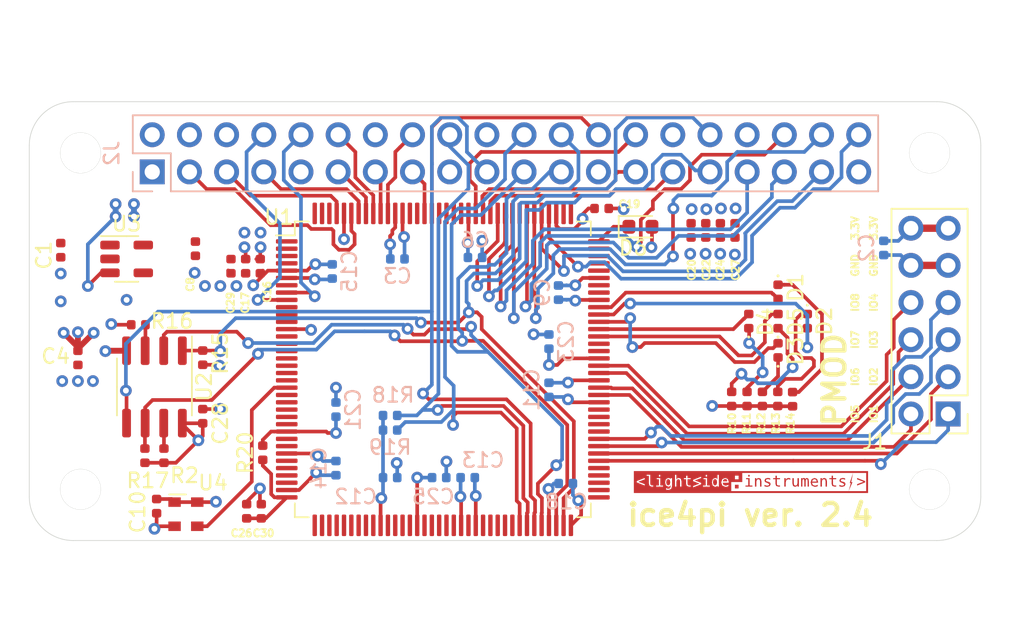
<source format=kicad_pcb>
(kicad_pcb (version 20211014) (generator pcbnew)
  (layers (0 "F.Cu" signal) (1 "In1.Cu" power) (2 "In2.Cu" power) (31 "B.Cu" signal) (34 "B.Paste" user) (35 "F.Paste" user) (36 "B.SilkS" user "B.Silkscreen") (37 "F.SilkS" user "F.Silkscreen") (38 "B.Mask" user) (39 "F.Mask" user) (44 "Edge.Cuts" user))
  (net 0 "")
  (net 1 "GND")
  (net 2 "12MHz")
  (net 3 "iCE_CDONE")
  (net 4 "iCE_CREST")
  (net 5 "iCE_MOSI")
  (net 6 "iCE_MISO")
  (net 7 "iCE_SCK")
  (net 8 "iCE_SS_B")
  (net 9 "Net-(R2-Pad2)")
  (net 10 "+3V3")
  (net 11 "+5V")
  (net 12 "+1V2")
  (net 13 "Net-(C26-Pad1)")
  (net 14 "LED4")
  (net 15 "Net-(D1-Pad1)")
  (net 16 "Net-(D2-Pad1)")
  (net 17 "LED3")
  (net 18 "Net-(D3-Pad1)")
  (net 19 "LED2")
  (net 20 "LED1")
  (net 21 "Net-(D4-Pad1)")
  (net 22 "Net-(D5-Pad1)")
  (net 23 "LED0")
  (net 24 "PIO1_02")
  (net 25 "PIO1_03")
  (net 26 "PIO1_04")
  (net 27 "PIO1_05")
  (net 28 "PIO1_06")
  (net 29 "PIO1_07")
  (net 30 "PIO1_08")
  (net 31 "PIO1_09")
  (net 32 "Net-(R16-Pad2)")
  (net 33 "PIO0_09")
  (net 34 "PIO0_08")
  (net 35 "PIO0_07")
  (net 36 "PIO0_06")
  (net 37 "PIO0_05")
  (net 38 "PIO0_04")
  (net 39 "PIO0_03")
  (net 40 "PIO0_02")
  (net 41 "Net-(D6-Pad1)")
  (net 42 "RS232_Tx_TTL")
  (net 43 "RS232_Rx_TTL")
  (net 44 "PIO0_10")
  (net 45 "PIO0_12")
  (net 46 "PIO0_11")
  (net 47 "PIO0_13")
  (net 48 "PIO0_14")
  (net 49 "PIO0_15")
  (net 50 "PIO0_16")
  (net 51 "PIO0_21")
  (net 52 "PIO0_20")
  (net 53 "PIO0_19")
  (net 54 "PIO0_18")
  (net 55 "PIO0_17")
  (net 68 "IR_SD")
  (net 69 "IR_RXD")
  (net 70 "IR_TXD")
  (footprint "ice4pi:mount_hole" (layer "F.Cu") (at 53.5 52.5)
    (fp_text reference "")
    (fp_text value "")
  )
  (footprint "Capacitor_SMD:C_0402_1005Metric" (layer "F.Cu") (at 65.779546 60.244888 -90)
    (fp_text reference "C16")
    (fp_text value "10uF")
  )
  (footprint "Capacitor_SMD:C_0402_1005Metric" (layer "F.Cu") (at 64.779546 60.244888 -90)
    (fp_text reference "C17")
    (fp_text value "1 uF")
  )
  (footprint "Capacitor_SMD:C_0402_1005Metric" (layer "F.Cu") (at 95.210392 57.797011 90)
    (fp_text reference "C20")
    (fp_text value "10uF")
  )
  (footprint "Capacitor_SMD:C_0402_1005Metric" (layer "F.Cu") (at 96.210392 57.797011 90)
    (fp_text reference "C22")
    (fp_text value "1 uF")
  )
  (footprint "Capacitor_SMD:C_0402_1005Metric" (layer "F.Cu") (at 97.210392 57.797011 90)
    (fp_text reference "C24")
    (fp_text value "0.1uF")
  )
  (footprint "Capacitor_SMD:C_0402_1005Metric" (layer "F.Cu") (at 98.210392 57.797011 90)
    (fp_text reference "C27")
    (fp_text value "0.01uF")
  )
  (footprint "Capacitor_SMD:C_0402_1005Metric" (layer "F.Cu") (at 63.779546 60.244888 -90)
    (fp_text reference "C29")
    (fp_text value "0.01uF")
  )
  (footprint "LED_SMD:LED_0402_1005Metric" (layer "F.Cu") (at 103.15 64 -90)
    (fp_text reference "D2")
    (fp_text value "LED")
  )
  (footprint "LED_SMD:LED_0402_1005Metric" (layer "F.Cu") (at 101.15 66 90)
    (fp_text reference "D3")
    (fp_text value "LED")
  )
  (footprint "LED_SMD:LED_0402_1005Metric" (layer "F.Cu") (at 101.15 64 90)
    (fp_text reference "D5")
    (fp_text value "LED")
  )
  (footprint "Resistor_SMD:R_0402_1005Metric" (layer "F.Cu") (at 59.2 73.2 90)
    (fp_text reference "R2")
    (fp_text value "10K")
  )
  (footprint "Resistor_SMD:R_0402_1005Metric" (layer "F.Cu") (at 57.45 64.25)
    (fp_text reference "R16")
    (fp_text value "10K")
  )
  (footprint "Resistor_SMD:R_0402_1005Metric" (layer "F.Cu") (at 57.9 73.2 90)
    (fp_text reference "R17")
    (fp_text value "10K")
  )
  (footprint "ice4pi:lsi-logo-16mm-fcu" (layer "F.Cu") (at 99.3 75.55)
    (fp_text reference "svg2mod" hide)
    (fp_text value "G***" hide)
  )
  (footprint "LED_SMD:LED_0402_1005Metric" (layer "F.Cu") (at 101.15 62 -90)
    (fp_text reference "D1")
    (fp_text value "LED")
  )
  (footprint "Capacitor_SMD:C_0402_1005Metric" (layer "F.Cu") (at 58.7 76.65 -90)
    (fp_text reference "C10")
    (fp_text value "0.01uF")
  )
  (footprint "Oscillator:Oscillator_SMD_Abracon_ASDMB-4Pin_2.5x2.0mm" (layer "F.Cu") (at 60.7 77.2 -90)
    (fp_text reference "U4")
    (fp_text value "DSC1001DI1-012.0000")
  )
  (footprint "Resistor_SMD:R_0402_1005Metric" (layer "F.Cu") (at 61.85 66.5 90)
    (fp_text reference "R15")
    (fp_text value "10K")
  )
  (footprint "Package_SO:SOIC-8_3.9x4.9mm_P1.27mm" (layer "F.Cu") (at 58.55 68.5 -90)
    (fp_text reference "U2")
    (fp_text value "W25Q32JVSSIQ")
  )
  (footprint "Capacitor_SMD:C_0402_1005Metric" (layer "F.Cu") (at 61.85 70.5 90)
    (fp_text reference "C28")
    (fp_text value "0.1uF")
  )
  (footprint "Package_TO_SOT_SMD:SOT-23-5" (layer "F.Cu") (at 56.65 59.75)
    (fp_text reference "U3")
    (fp_text value "MIC5504-1.2YM5")
  )
  (footprint "Capacitor_SMD:C_0402_1005Metric" (layer "F.Cu") (at 52.15 59.15 -90)
    (fp_text reference "C1")
    (fp_text value "10uF")
  )
  (footprint "Capacitor_SMD:C_0402_1005Metric" (layer "F.Cu") (at 61.35 59.05 -90)
    (fp_text reference "C8")
    (fp_text value "4.7uF")
  )
  (footprint "Diode_SMD:D_0603_1608Metric" (layer "F.Cu") (at 91.75 57.55)
    (fp_text reference "D6")
    (fp_text value "CDBU0520")
  )
  (footprint "Package_QFP:TQFP-144_20x20mm_P0.5mm" (layer "F.Cu") (at 78.25 67.3)
    (fp_text reference "U1")
    (fp_text value "ICE40HX1K-TQ144")
  )
  (footprint "Capacitor_SMD:C_0402_1005Metric" (layer "F.Cu") (at 65.85 77 90)
    (fp_text reference "C30")
    (fp_text value "10uF")
  )
  (footprint "Resistor_SMD:R_0402_1005Metric" (layer "F.Cu") (at 65.95 73 -90)
    (fp_text reference "R20")
    (fp_text value "100")
  )
  (footprint "Capacitor_SMD:C_0402_1005Metric" (layer "F.Cu") (at 64.85 77 90)
    (fp_text reference "C26")
    (fp_text value "0.1uF")
  )
  (footprint "Capacitor_SMD:C_0402_1005Metric" (layer "F.Cu") (at 89.1 56.3)
    (fp_text reference "C19")
    (fp_text value "0.1uF")
  )
  (footprint "Resistor_SMD:R_0402_1005Metric" (layer "F.Cu") (at 97.982852 69.321589 -90)
    (fp_text reference "R10")
    (fp_text value "1K")
  )
  (footprint "Resistor_SMD:R_0402_1005Metric" (layer "F.Cu") (at 100.082852 69.321589 -90)
    (fp_text reference "R12")
    (fp_text value "1K")
  )
  (footprint "Resistor_SMD:R_0402_1005Metric" (layer "F.Cu") (at 102.14399 69.336959 -90)
    (fp_text reference "R14")
    (fp_text value "1K")
  )
  (footprint "Resistor_SMD:R_0402_1005Metric" (layer "F.Cu") (at 101.132852 69.321589 -90)
    (fp_text reference "R13")
    (fp_text value "1K")
  )
  (footprint "LED_SMD:LED_0402_1005Metric" (layer "F.Cu") (at 99.15 64 90)
    (fp_text reference "D4")
    (fp_text value "LED")
  )
  (footprint "Resistor_SMD:R_0402_1005Metric" (layer "F.Cu") (at 99.032852 69.321589 -90)
    (fp_text reference "R11")
    (fp_text value "1K")
  )
  (footprint "Capacitor_SMD:C_0402_1005Metric" (layer "F.Cu") (at 53.323456 66.510966 -90)
    (fp_text reference "C4")
    (fp_text value "10uF")
  )
  (footprint "ice4pi:PinSocket_2x06_P2.54mm_Vertical_1to6_7to12" (layer "F.Cu") (at 112.77 70.35 180)
    (fp_text reference "J1")
    (fp_text value "Pmod 2x6")
  )
  (footprint "ice4pi:mount_hole" (layer "F.Cu") (at 111.5 75.5)
    (fp_text reference "")
    (fp_text value "")
  )
  (footprint "ice4pi:mount_hole" (layer "F.Cu") (at 53.5 75.5)
    (fp_text reference "")
    (fp_text value "")
  )
  (footprint "ice4pi:mount_hole" (layer "F.Cu") (at 111.5 52.5)
    (fp_text reference "")
    (fp_text value "")
  )
  (footprint "ice4pi:PinSocket_2x20_P2.54mm_Vertical_1_04mm" (layer "B.Cu") (at 58.4 53.8 -90)
    (fp_text reference "J2")
    (fp_text value "raspberry_pi_2_3_4_ordered")
  )
  (footprint "Capacitor_SMD:C_0402_1005Metric" (layer "B.Cu") (at 79.95 74.7)
    (fp_text reference "C13")
    (fp_text value "0.01uF")
  )
  (footprint "Capacitor_SMD:C_0402_1005Metric" (layer "B.Cu") (at 75.15 59.75)
    (fp_text reference "C3")
    (fp_text value "0.1uF")
  )
  (footprint "Capacitor_SMD:C_0402_1005Metric" (layer "B.Cu") (at 85.5 65.4 90)
    (fp_text reference "C23")
    (fp_text value "0.1uF")
  )
  (footprint "Capacitor_SMD:C_0402_1005Metric" (layer "B.Cu") (at 78 74.7)
    (fp_text reference "C25")
    (fp_text value "0.1uF")
  )
  (footprint "Capacitor_SMD:C_0402_1005Metric" (layer "B.Cu") (at 85.5 68.7 -90)
    (fp_text reference "C11")
    (fp_text value "0.01uF")
  )
  (footprint "Capacitor_SMD:C_0402_1005Metric" (layer "B.Cu") (at 86.15 62.05 90)
    (fp_text reference "C9")
    (fp_text value "0.1uF")
  )
  (footprint "Capacitor_SMD:C_0402_1005Metric" (layer "B.Cu") (at 80.45 59.65)
    (fp_text reference "C6")
    (fp_text value "0.01uF")
  )
  (footprint "Resistor_SMD:R_0402_1005Metric" (layer "B.Cu") (at 74.65 70.45)
    (fp_text reference "R18")
    (fp_text value "10K")
  )
  (footprint "Capacitor_SMD:C_0402_1005Metric" (layer "B.Cu") (at 70.95 74.05 -90)
    (fp_text reference "C14")
    (fp_text value "0.1uF")
  )
  (footprint "Resistor_SMD:R_0402_1005Metric" (layer "B.Cu") (at 74.65 71.45)
    (fp_text reference "R19")
    (fp_text value "10K")
  )
  (footprint "Capacitor_SMD:C_0402_1005Metric" (layer "B.Cu") (at 74.65 74.7)
    (fp_text reference "C12")
    (fp_text value "0.1uF")
  )
  (footprint "Capacitor_SMD:C_0402_1005Metric" (layer "B.Cu") (at 70.95 70.05 90)
    (fp_text reference "C21")
    (fp_text value "0.1uF")
  )
  (footprint "Capacitor_SMD:C_0402_1005Metric" (layer "B.Cu") (at 70.697006 60.60592 90)
    (fp_text reference "C15")
    (fp_text value "0.01uF")
  )
  (footprint "Capacitor_SMD:C_0402_1005Metric" (layer "B.Cu") (at 86.65 75.1 180)
    (fp_text reference "C18")
    (fp_text value "0.1uF")
  )
  (footprint "Capacitor_SMD:C_0402_1005Metric" (layer "B.Cu") (at 108.37 59 -90)
    (fp_text reference "C2")
    (fp_text value "0.1uF")
  )
  (gr_line (start 50 76) (end 50 52) (layer "Edge.Cuts") (width 0.05))
  (gr_circle (center 111.5 75.5) (end 111.47 76.87) (layer "Edge.Cuts") (width 0.05) (fill none))
  (gr_line (start 112 79) (end 53 79) (layer "Edge.Cuts") (width 0.05))
  (gr_arc (start 53 79) (mid 50.87868 78.12132) (end 50 76) (layer "Edge.Cuts") (width 0.05))
  (gr_line (start 53 49) (end 112 49) (layer "Edge.Cuts") (width 0.05))
  (gr_arc (start 112 49) (mid 114.12132 49.87868) (end 115 52) (layer "Edge.Cuts") (width 0.05))
  (gr_line (start 115 52) (end 115 76) (layer "Edge.Cuts") (width 0.05))
  (gr_circle (center 53.5 52.5) (end 53.47 53.87) (layer "Edge.Cuts") (width 0.05) (fill none))
  (gr_circle (center 53.5 75.5) (end 53.47 76.87) (layer "Edge.Cuts") (width 0.05) (fill none))
  (gr_arc (start 115 76) (mid 114.12132 78.12132) (end 112 79) (layer "Edge.Cuts") (width 0.05))
  (gr_circle (center 111.5 52.5) (end 111.47 53.87) (layer "Edge.Cuts") (width 0.05) (fill none))
  (gr_arc (start 50 52) (mid 50.87868 49.87868) (end 53 49) (layer "Edge.Cuts") (width 0.05))
  (gr_text "IO1\n" (at 107.69 70.35 90) (layer "F.SilkS") (effects (font (size 0.5 0.5) (thickness 0.125))))
  (gr_text "ice4pi ver. 2.4" (at 99.25 77.25) (layer "F.SilkS") (effects (font (size 1.5 1.5) (thickness 0.3))))
  (gr_text "IO5\n" (at 106.42 70.35 90) (layer "F.SilkS") (effects (font (size 0.5 0.5) (thickness 0.125))))
  (gr_text "IO7\n" (at 106.42 65.27 90) (layer "F.SilkS") (effects (font (size 0.5 0.5) (thickness 0.125))))
  (gr_text "3.3V\n" (at 106.42 57.65 90) (layer "F.SilkS") (effects (font (size 0.5 0.5) (thickness 0.125))))
  (gr_text "IO3\n" (at 107.69 65.27 90) (layer "F.SilkS") (effects (font (size 0.5 0.5) (thickness 0.125))))
  (gr_text "IO2\n" (at 107.69 67.81 90) (layer "F.SilkS") (effects (font (size 0.5 0.5) (thickness 0.125))))
  (gr_text "GND\n" (at 106.42 60.19 90) (layer "F.SilkS") (effects (font (size 0.5 0.5) (thickness 0.125))))
  (gr_text "GND\n" (at 107.69 60.19 90) (layer "F.SilkS") (effects (font (size 0.5 0.5) (thickness 0.125))))
  (gr_text "IO8\n" (at 106.42 62.73 90) (layer "F.SilkS") (effects (font (size 0.5 0.5) (thickness 0.125))))
  (gr_text "IO4\n" (at 107.69 62.73 90) (layer "F.SilkS") (effects (font (size 0.5 0.5) (thickness 0.125))))
  (gr_text "3.3V\n" (at 107.69 57.65 90) (layer "F.SilkS") (effects (font (size 0.5 0.5) (thickness 0.125))))
  (gr_text "PMOD" (at 105 68 90) (layer "F.SilkS") (effects (font (size 1.5 1.5) (thickness 0.3))))
  (gr_text "IO6\n" (at 106.42 67.81 90) (layer "F.SilkS") (effects (font (size 0.5 0.5) (thickness 0.125))))
  (segment (start 97.210392 57.312011) (end 97.237989 57.312011) (width 0.25) (layer "F.Cu") (net 1))
  (segment (start 61.85 70.015) (end 63.035 70.015) (width 0.25) (layer "F.Cu") (net 1))
  (segment (start 58.7 77.135) (end 58.7 78.05) (width 0.25) (layer "F.Cu") (net 1))
  (segment (start 64.85 76.346095) (end 65.756961 75.439134) (width 0.25) (layer "F.Cu") (net 1))
  (segment (start 101.132852 69.806589) (end 100.082852 69.806589) (width 0.25) (layer "F.Cu") (net 1))
  (segment (start 85.468356 75.47066) (end 85.468356 76.036345) (width 0.25) (layer "F.Cu") (net 1))
  (segment (start 63.779546 60.729888) (end 63.779546 60.870454) (width 0.25) (layer "F.Cu") (net 1))
  (segment (start 97.982852 69.806589) (end 96.656589 69.806589) (width 0.25) (layer "F.Cu") (net 1))
  (segment (start 89.585 56.3) (end 90.6 56.3) (width 0.25) (layer "F.Cu") (net 1))
  (segment (start 53.323456 66.995966) (end 53.323456 67.023456) (width 0.25) (layer "F.Cu") (net 1))
  (segment (start 65.756961 75.439134) (end 65.756961 76.421961) (width 0.25) (layer "F.Cu") (net 1))
  (segment (start 69.6 74.35) (end 69.200001 74.749999) (width 0.25) (layer "F.Cu") (net 1))
  (segment (start 65.779546 60.729888) (end 65.959434 60.55) (width 0.25) (layer "F.Cu") (net 1))
  (segment (start 59.925 78.025) (end 58.725 78.025) (width 0.25) (layer "F.Cu") (net 1))
  (segment (start 58.7 78.05) (end 58.55 78.2) (width 0.25) (layer "F.Cu") (net 1))
  (segment (start 97.210392 56.339608) (end 97.25 56.3) (width 0.25) (layer "F.Cu") (net 1))
  (segment (start 69.2 64.55) (end 69.25 64.6) (width 0.25) (layer "F.Cu") (net 1))
  (segment (start 87 69.55) (end 88.9125 69.55) (width 0.25) (layer "F.Cu") (net 1))
  (segment (start 61.24 59.425) (end 61.35 59.535) (width 0.25) (layer "F.Cu") (net 1))
  (segment (start 85.5 77.125) (end 85.5 77.9625) (width 0.25) (layer "F.Cu") (net 1))
  (segment (start 87.8 61.05) (end 87.3 61.55) (width 0.25) (layer "F.Cu") (net 1))
  (segment (start 100.082852 69.806589) (end 99.032852 69.806589) (width 0.25) (layer "F.Cu") (net 1))
  (segment (start 75.6 58.25) (end 75.5 58.15) (width 0.25) (layer "F.Cu") (net 1))
  (segment (start 66.3 60.55) (end 65.3 61.55) (width 0.25) (layer "F.Cu") (net 1))
  (segment (start 65.756961 76.421961) (end 65.85 76.515) (width 0.25) (layer "F.Cu") (net 1))
  (segment (start 62 61.6) (end 62 61.4) (width 0.25) (layer "F.Cu") (net 1))
  (segment (start 86.8 69.35) (end 87 69.55) (width 0.25) (layer "F.Cu") (net 1))
  (segment (start 53.323456 66.995966) (end 53.323456 67.026544) (width 0.25) (layer "F.Cu") (net 1))
  (segment (start 96.210392 56.389608) (end 96.25 56.35) (width 0.25) (layer "F.Cu") (net 1))
  (segment (start 71.5 58.4) (end 71.5 56.6375) (width 0.25) (layer "F.Cu") (net 1))
  (segment (start 96.210392 57.312011) (end 96.210392 57.310392) (width 0.25) (layer "F.Cu") (net 1))
  (segment (start 96.656589 69.806589) (end 96.65 69.8) (width 0.25) (layer "F.Cu") (net 1))
  (segment (start 58.725 78.025) (end 58.55 78.2) (width 0.25) (layer "F.Cu") (net 1))
  (segment (start 55.225 66.025) (end 55.2 66.05) (width 0.4) (layer "F.Cu") (net 1))
  (segment (start 75.5 58.15) (end 75.5 56.6375) (width 0.25) (layer "F.Cu") (net 1))
  (segment (start 68.976998 60.55) (end 69.421078 60.10592) (width 0.25) (layer "F.Cu") (net 1))
  (segment (start 96.210392 57.312011) (end 96.237989 57.312011) (width 0.25) (layer "F.Cu") (net 1))
  (segment (start 110.23 60.19) (end 112.77 60.19) (width 0.5) (layer "F.Cu") (net 1))
  (segment (start 101.148222 69.821959) (end 101.132852 69.806589) (width 0.25) (layer "F.Cu") (net 1))
  (segment (start 56.645 66.025) (end 55.225 66.025) (width 0.4) (layer "F.Cu") (net 1))
  (segment (start 88.9125 61.05) (end 87.8 61.05) (width 0.25) (layer "F.Cu") (net 1))
  (segment (start 68.425 75.55) (end 67.5875 75.55) (width 0.25) (layer "F.Cu") (net 1))
  (segment (start 64.85 76.515) (end 64.85 76.346095) (width 0.25) (layer "F.Cu") (net 1))
  (segment (start 102.14399 69.821959) (end 101.148222 69.821959) (width 0.25) (layer "F.Cu") (net 1))
  (segment (start 98.210392 57.312011) (end 98.210392 57.260392) (width 0.25) (layer "F.Cu") (net 1))
  (segment (start 95.210392 57.312011) (end 95.287989 57.312011) (width 0.25) (layer "F.Cu") (net 1))
  (segment (start 97.210392 57.312011) (end 97.210392 57.310392) (width 0.25) (layer "F.Cu") (net 1))
  (segment (start 63.035 70.015) (end 63.05 70) (width 0.25) (layer "F.Cu") (net 1))
  (segment (start 67.5875 60.55) (end 68.976998 60.55) (width 0.25) (layer "F.Cu") (net 1))
  (segment (start 63.584658 60.535) (end 63.779546 60.729888) (width 0.25) (layer "F.Cu") (net 1))
  (segment (start 99.032852 69.806589) (end 97.982852 69.806589) (width 0.25) (layer "F.Cu") (net 1))
  (segment (start 67.5875 64.55) (end 69.2 64.55) (width 0.25) (layer "F.Cu") (net 1))
  (segment (start 85.5 76.067989) (end 85.5 77.125) (width 0.25) (layer "F.Cu") (net 1))
  (segment (start 69.200001 74.749999) (end 69.200001 74.774999) (width 0.25) (layer "F.Cu") (net 1))
  (segment (start 67.5875 60.55) (end 66.3 60.55) (width 0.25) (layer "F.Cu") (net 1))
  (segment (start 80.5 75.95) (end 80.5 77.9625) (width 0.25) (layer "F.Cu") (net 1))
  (segment (start 95.210392 56.389608) (end 95.25 56.35) (width 0.25) (layer "F.Cu") (net 1))
  (segment (start 85.468356 76.036345) (end 85.5 76.067989) (width 0.25) (layer "F.Cu") (net 1))
  (segment (start 69.200001 74.774999) (end 68.425 75.55) (width 0.25) (layer "F.Cu") (net 1))
  (segment (start 98.210392 56.339608) (end 98.25 56.3) (width 0.25) (layer "F.Cu") (net 1))
  (segment (start 69.421078 60.10592) (end 69.547006 60.10592) (width 0.25) (layer "F.Cu") (net 1))
  (segment (start 61.35 60.65) (end 61.3 60.7) (width 0.25) (layer "F.Cu") (net 1))
  (via (at 69.547006 60.10592) (size 0.8) (drill 0.4) (layers "F.Cu" "B.Cu") (net 1))
  (via (at 70.95 68.55) (size 0.8) (drill 0.4) (layers "F.Cu" "B.Cu") (net 1))
  (via (at 53.323456 68.1) (size 0.8) (drill 0.4) (layers "F.Cu" "B.Cu") (net 1))
  (via (at 62 61.6) (size 0.8) (drill 0.4) (layers "F.Cu" "B.Cu") (net 1))
  (via (at 52.15 60.75) (size 0.8) (drill 0.4) (layers "F.Cu" "B.Cu") (net 1))
  (via (at 90.6 56.35) (size 0.8) (drill 0.4) (layers "F.Cu" "B.Cu") (net 1))
  (via (at 75.6 58.25) (size 0.8) (drill 0.4) (layers "F.Cu" "B.Cu") (net 1))
  (via (at 86.8 69.35) (size 0.8) (drill 0.4) (layers "F.Cu" "B.Cu") (net 1))
  (via (at 87.3 61.55) (size 0.8) (drill 0.4) (layers "F.Cu" "B.Cu") (net 1))
  (via (at 63.05 70) (size 0.8) (drill 0.4) (layers "F.Cu" "B.Cu") (net 1))
  (via (at 78.5 73.6) (size 0.8) (drill 0.4) (layers "F.Cu" "B.Cu") (net 1))
  (via (at 98.25 56.3) (size 0.8) (drill 0.4) (layers "F.Cu" "B.Cu") (net 1))
  (via (at 61.3 60.7) (size 0.8) (drill 0.4) (layers "F.Cu" "B.Cu") (net 1))
  (via (at 54.35 68.1) (size 0.8) (drill 0.4) (layers "F.Cu" "B.Cu") (net 1))
  (via (at 65.3 61.55) (size 0.8) (drill 0.4) (layers "F.Cu" "B.Cu") (net 1))
  (via (at 80.5 75.95) (size 0.8) (drill 0.4) (layers "F.Cu" "B.Cu") (net 1))
  (via (at 69.25 64.6) (size 0.8) (drill 0.4) (layers "F.Cu" "B.Cu") (net 1))
  (via (at 85.468356 75.47066) (size 0.8) (drill 0.4) (layers "F.Cu" "B.Cu") (net 1))
  (via (at 58.55 78.2) (size 0.8) (drill 0.4) (layers "F.Cu" "B.Cu") (net 1))
  (via (at 75.1 73.7) (size 0.8) (drill 0.4) (layers "F.Cu" "B.Cu") (net 1))
  (via (at 95.25 56.35) (size 0.8) (drill 0.4) (layers "F.Cu" "B.Cu") (net 1))
  (via (at 71.5 58.4) (size 0.8) (drill 0.4) (layers "F.Cu" "B.Cu") (net 1))
  (via (at 69.6 74.35) (size 0.8) (drill 0.4) (layers "F.Cu" "B.Cu") (net 1))
  (via (at 64.15 61.6) (size 0.8) (drill 0.4) (layers "F.Cu" "B.Cu") (net 1))
  (via (at 63.05 61.6) (size 0.8) (drill 0.4) (layers "F.Cu" "B.Cu") (net 1))
  (via (at 55.2 66.05) (size 0.8) (drill 0.4) (layers "F.Cu" "B.Cu") (net 1))
  (via (at 97.25 56.3) (size 0.8) (drill 0.4) (layers "F.Cu" "B.Cu") (net 1))
  (via (at 52.25 68.1) (size 0.8) (drill 0.4) (layers "F.Cu" "B.Cu") (net 1))
  (via (at 84.45 64.9) (size 0.8) (drill 0.4) (layers "F.Cu" "B.Cu") (net 1))
  (via (at 65.756961 75.439134) (size 0.8) (drill 0.4) (layers "F.Cu" "B.Cu") (net 1))
  (via (at 80.95 58.5) (size 0.8) (drill 0.4) (layers "F.Cu" "B.Cu") (net 1))
  (via (at 56.65 62.55) (size 0.8) (drill 0.4) (layers "F.Cu" "B.Cu") (net 1))
  (via (at 96.25 56.35) (size 0.8) (drill 0.4) (layers "F.Cu" "B.Cu") (net 1))
  (via (at 52.15 62.65) (size 0.8) (drill 0.4) (layers "F.Cu" "B.Cu") (net 1))
  (via (at 96.65 69.8) (size 0.8) (drill 0.4) (layers "F.Cu" "B.Cu") (net 1))
  (segment (start 70.95 69.565) (end 70.95 68.55) (width 0.25) (layer "B.Cu") (net 1))
  (segment (start 69.562006 60.12092) (end 69.547006 60.10592) (width 0.25) (layer "B.Cu") (net 1))
  (segment (start 70.697006 60.12092) (end 69.562006 60.12092) (width 0.25) (layer "B.Cu") (net 1))
  (segment (start 108.37 59.485) (end 109.525 59.485) (width 0.25) (layer "B.Cu") (net 1))
  (segment (start 109.525 59.485) (end 110.23 60.19) (width 0.25) (layer "B.Cu") (net 1))
  (segment (start 86.635 69.185) (end 86.8 69.35) (width 0.25) (layer "B.Cu") (net 1))
  (segment (start 85.5 69.185) (end 86.635 69.185) (width 0.25) (layer "B.Cu") (net 1))
  (segment (start 85.5 64.915) (end 84.465 64.915) (width 0.25) (layer "B.Cu") (net 1))
  (segment (start 80.935 58.515) (end 80.95 58.5) (width 0.25) (layer "B.Cu") (net 1))
  (segment (start 80.435 75.885) (end 80.5 75.95) (width 0.25) (layer "B.Cu") (net 1))
  (segment (start 75.135 74.7) (end 75.135 73.735) (width 0.25) (layer "B.Cu") (net 1))
  (segment (start 86.165 75.1) (end 85.839016 75.1) (width 0.25) (layer "B.Cu") (net 1))
  (segment (start 84.465 64.915) (end 84.45 64.9) (width 0.25) (layer "B.Cu") (net 1))
  (segment (start 80.935 59.65) (end 80.935 58.515) (width 0.25) (layer "B.Cu") (net 1))
  (segment (start 86.15 61.565) (end 87.285 61.565) (width 0.25) (layer "B.Cu") (net 1))
  (segment (start 75.635 59.75) (end 75.635 58.285) (width 0.25) (layer "B.Cu") (net 1))
  (segment (start 69.785 74.535) (end 69.6 74.35) (width 0.25) (layer "B.Cu") (net 1))
  (segment (start 70.95 74.535) (end 69.785 74.535) (width 0.25) (layer "B.Cu") (net 1))
  (segment (start 80.435 74.7) (end 80.435 75.885) (width 0.25) (layer "B.Cu") (net 1))
  (segment (start 78.485 73.615) (end 78.5 73.6) (width 0.25) (layer "B.Cu") (net 1))
  (segment (start 85.839016 75.1) (end 85.468356 75.47066) (width 0.25) (layer "B.Cu") (net 1))
  (segment (start 75.135 73.735) (end 75.1 73.7) (width 0.25) (layer "B.Cu") (net 1))
  (segment (start 78.485 74.7) (end 78.485 73.615) (width 0.25) (layer "B.Cu") (net 1))
  (segment (start 86.685 61.565) (end 86.7 61.55) (width 0.25) (layer "B.Cu") (net 1))
  (segment (start 75.635 58.285) (end 75.6 58.25) (width 0.25) (layer "B.Cu") (net 1))
  (segment (start 65.2 74.975) (end 65.2 70.084318) (width 0.25) (layer "F.Cu") (net 2))
  (segment (start 66.734318 68.55) (end 66.75 68.55) (width 0.25) (layer "F.Cu") (net 2))
  (segment (start 66.75 68.55) (end 67.5875 68.55) (width 0.25) (layer "F.Cu") (net 2))
  (segment (start 62.15 78.025) (end 65.2 74.975) (width 0.25) (layer "F.Cu") (net 2))
  (segment (start 65.2 70.084318) (end 66.734318 68.55) (width 0.25) (layer "F.Cu") (net 2))
  (segment (start 61.475 78.025) (end 62.15 78.025) (width 0.25) (layer "F.Cu") (net 2))
  (segment (start 82.213609 70.250019) (end 79.2 70.250019) (width 0.25) (layer "F.Cu") (net 3))
  (segment (start 78.95 70.500019) (end 78.95 71.1) (width 0.25) (layer "F.Cu") (net 3))
  (segment (start 83.3 76.284536) (end 83.3 71.33641) (width 0.25) (layer "F.Cu") (net 3))
  (segment (start 83.8 51.26) (end 83.79 51.26) (width 0.25) (layer "F.Cu") (net 3))
  (segment (start 83.5 77.9625) (end 83.5 76.484536) (width 0.25) (layer "F.Cu") (net 3))
  (segment (start 83.3 71.33641) (end 82.213609 70.250019) (width 0.25) (layer "F.Cu") (net 3))
  (segment (start 83.5 76.484536) (end 83.3 76.284536) (width 0.25) (layer "F.Cu") (net 3))
  (segment (start 79.2 70.250019) (end 78.95 70.500019) (width 0.25) (layer "F.Cu") (net 3))
  (via (at 78.95 71.1) (size 0.8) (drill 0.4) (layers "F.Cu" "B.Cu") (net 3))
  (segment (start 78.993214 70.054787) (end 78.993214 71.056786) (width 0.25) (layer "B.Cu") (net 3))
  (segment (start 75.135 71.45) (end 75.68499 70.90001) (width 0.25) (layer "B.Cu") (net 3))
  (segment (start 78.40002 57.19998) (end 79.3 56.3) (width 0.25) (layer "B.Cu") (net 3))
  (segment (start 78.993214 71.056786) (end 78.95 71.1) (width 0.25) (layer "B.Cu") (net 3))
  (segment (start 78.40002 67.8272) (end 78.40002 57.19998) (width 0.25) (layer "B.Cu") (net 3))
  (segment (start 78.993214 68.420394) (end 78.40002 67.8272) (width 0.25) (layer "B.Cu") (net 3))
  (segment (start 82.5 52.56) (end 83.8 51.26) (width 0.25) (layer "B.Cu") (net 3))
  (segment (start 78.993214 70.054787) (end 78.993214 68.420394) (width 0.25) (layer "B.Cu") (net 3))
  (segment (start 79.3 56.3) (end 80.499002 56.3) (width 0.25) (layer "B.Cu") (net 3))
  (segment (start 80.499002 56.3) (end 82.5 54.299002) (width 0.25) (layer "B.Cu") (net 3))
  (segment (start 82.5 54.299002) (end 82.5 52.56) (width 0.25) (layer "B.Cu") (net 3))
  (segment (start 78.147991 70.90001) (end 78.993214 70.054787) (width 0.25) (layer "B.Cu") (net 3))
  (segment (start 75.68499 70.90001) (end 78.147991 70.90001) (width 0.25) (layer "B.Cu") (net 3))
  (segment (start 84.04999 77.07501) (end 84.04999 76.398116) (width 0.25) (layer "F.Cu") (net 4))
  (segment (start 78.72 51.26) (end 78.69 51.26) (width 0.25) (layer "F.Cu") (net 4))
  (segment (start 82.400009 69.800009) (end 78.17499 69.800009) (width 0.25) (layer "F.Cu") (net 4))
  (segment (start 83.75 71.15) (end 82.400009 69.800009) (width 0.25) (layer "F.Cu") (net 4))
  (segment (start 84 77.9625) (end 84 77.125) (width 0.25) (layer "F.Cu") (net 4))
  (segment (start 83.75 71.15) (end 83.75 76.098126) (width 0.25) (layer "F.Cu") (net 4))
  (segment (start 83.75 76.098126) (end 84.04999 76.398116) (width 0.25) (layer "F.Cu") (net 4))
  (segment (start 84 77.125) (end 84.04999 77.07501) (width 0.25) (layer "F.Cu") (net 4))
  (segment (start 78.17499 69.800009) (end 77.9 70.074999) (width 0.25) (layer "F.Cu") (net 4))
  (via (at 77.9 70.074999) (size 0.8) (drill 0.4) (layers "F.Cu" "B.Cu") (net 4))
  (segment (start 77.9 70.074999) (end 76.951997 70.074999) (width 0.25) (layer "B.Cu") (net 4))
  (segment (start 76.951997 70.074999) (end 76.9 70.023002) (width 0.25) (layer "B.Cu") (net 4))
  (segment (start 77.95001 56.99999) (end 77.95001 68.972992) (width 0.25) (layer "B.Cu") (net 4))
  (segment (start 80 54.95) (end 77.95001 56.99999) (width 0.25) (layer "B.Cu") (net 4))
  (segment (start 78.72 52.060998) (end 80 53.340998) (width 0.25) (layer "B.Cu") (net 4))
  (segment (start 76.473002 70.45) (end 76.9 70.023002) (width 0.25) (layer "B.Cu") (net 4))
  (segment (start 77.95001 68.972992) (end 76.9 70.023002) (width 0.25) (layer "B.Cu") (net 4))
  (segment (start 80 53.340998) (end 80 54.95) (width 0.25) (layer "B.Cu") (net 4))
  (segment (start 78.72 51.26) (end 78.72 52.060998) (width 0.25) (layer "B.Cu") (net 4))
  (segment (start 75.135 70.45) (end 76.473002 70.45) (width 0.25) (layer "B.Cu") (net 4))
  (segment (start 81.26 53.8) (end 81.15 53.8) (width 0.25) (layer "F.Cu") (net 5))
  (segment (start 77.299999 69.349999) (end 76.9 68.95) (width 0.25) (layer "F.Cu") (net 5))
  (segment (start 84.54999 77.07501) (end 84.54999 76.261706) (width 0.25) (layer "F.Cu") (net 5))
  (segment (start 84.25 75.961716) (end 84.25 71) (width 0.25) (layer "F.Cu") (net 5))
  (segment (start 84.5 77.125) (end 84.54999 77.07501) (width 0.25) (layer "F.Cu") (net 5))
  (segment (start 82.599999 69.349999) (end 77.299999 69.349999) (width 0.25) (layer "F.Cu") (net 5))
  (segment (start 84.5 77.9625) (end 84.5 77.125) (width 0.25) (layer "F.Cu") (net 5))
  (segment (start 84.25 71) (end 82.599999 69.349999) (width 0.25) (layer "F.Cu") (net 5))
  (segment (start 56.645 70.975) (end 56.645 68.795) (width 0.25) (layer "F.Cu") (net 5))
  (segment (start 84.54999 76.261706) (end 84.25 75.961716) (width 0.25) (layer "F.Cu") (net 5))
  (segment (start 56.645 68.795) (end 56.6 68.75) (width 0.25) (layer "F.Cu") (net 5))
  (via (at 76.9 68.95) (size 0.8) (drill 0.4) (layers "F.Cu" "B.Cu") (net 5))
  (via (at 56.6 68.75) (size 0.8) (drill 0.4) (layers "F.Cu" "B.Cu") (net 5))
  (segment (start 77.5 68.35) (end 76.9 68.95) (width 0.25) (layer "B.Cu") (net 5))
  (segment (start 78.115001 50.084999) (end 77.5 50.7) (width 0.25) (layer "B.Cu") (net 5))
  (segment (start 77.5 53.15) (end 77.5 53.3) (width 0.25) (layer "B.Cu") (net 5))
  (segment (start 81.26 53.8) (end 79.895001 52.435001) (width 0.25) (layer "B.Cu") (net 5))
  (segment (start 77.5 53.3) (end 77.5 63.35) (width 0.25) (layer "B.Cu") (net 5))
  (segment (start 79.894003 50.695001) (end 79.284001 50.084999) (width 0.25) (layer "B.Cu") (net 5))
  (segment (start 79.284001 50.084999) (end 78.115001 50.084999) (width 0.25) (layer "B.Cu") (net 5))
  (segment (start 77.5 68.2) (end 77.5 68.35) (width 0.25) (layer "B.Cu") (net 5))
  (segment (start 77.5 50.7) (end 77.5 53.3) (width 0.25) (layer "B.Cu") (net 5))
  (segment (start 79.895001 52.435001) (end 79.895001 50.695001) (width 0.25) (layer "B.Cu") (net 5))
  (segment (start 56.6 65.55) (end 58.8 63.35) (width 0.25) (layer "B.Cu") (net 5))
  (segment (start 58.8 63.35) (end 77.5 63.35) (width 0.25) (layer "B.Cu") (net 5))
  (segment (start 79.895001 50.695001) (end 79.894003 50.695001) (width 0.25) (layer "B.Cu") (net 5))
  (segment (start 77.5 63.35) (end 77.5 68.2) (width 0.25) (layer "B.Cu") (net 5))
  (segment (start 56.6 68.75) (end 56.6 65.55) (width 0.25) (layer "B.Cu") (net 5))
  (segment (start 76.243814 64.925009) (end 76.997993 64.925009) (width 0.25) (layer "F.Cu") (net 6))
  (segment (start 59.185 66.025) (end 59.185 64.95) (width 0.25) (layer "F.Cu") (net 6))
  (segment (start 75.843815 64.52501) (end 76.243814 64.925009) (width 0.25) (layer "F.Cu") (net 6))
  (segment (start 85 77.125) (end 85.018346 77.106654) (width 0.25) (layer "F.Cu") (net 6))
  (segment (start 59.41001 64.72499) (end 64.17499 64.72499) (width 0.25) (layer "F.Cu") (net 6))
  (segment (start 84.743355 75.106645) (end 85.600001 74.249999) (width 0.25) (layer "F.Cu") (net 6))
  (segment (start 59.185 64.95) (end 59.41001 64.72499) (width 0.25) (layer "F.Cu") (net 6))
  (segment (start 85 77.9625) (end 85 77.125) (width 0.25) (layer "F.Cu") (net 6))
  (segment (start 85.018346 76.093652) (end 84.743355 75.818661) (width 0.25) (layer "F.Cu") (net 6))
  (segment (start 84.743355 75.818661) (end 84.743355 75.106645) (width 0.25) (layer "F.Cu") (net 6))
  (segment (start 80.019491 64.55001) (end 80.181876 64.387625) (width 0.25) (layer "F.Cu") (net 6))
  (segment (start 85.600001 74.249999) (end 86 73.85) (width 0.25) (layer "F.Cu") (net 6))
  (segment (start 64.17499 64.72499) (end 64.95 65.5) (width 0.25) (layer "F.Cu") (net 6))
  (segment (start 85.018346 77.106654) (end 85.018346 76.093652) (width 0.25) (layer "F.Cu") (net 6))
  (segment (start 76.997993 64.925009) (end 77.372992 64.55001) (width 0.25) (layer "F.Cu") (net 6))
  (segment (start 77.372992 64.55001) (end 80.019491 64.55001) (width 0.25) (layer "F.Cu") (net 6))
  (via (at 86 73.85) (size 0.8) (drill 0.4) (layers "F.Cu" "B.Cu") (net 6))
  (via (at 64.95 65.5) (size 0.8) (drill 0.4) (layers "F.Cu" "B.Cu") (net 6))
  (via (at 80.181876 64.387625) (size 0.8) (drill 0.4) (layers "F.Cu" "B.Cu") (net 6))
  (via (at 75.843815 64.52501) (size 0.8) (drill 0.4) (layers "F.Cu" "B.Cu") (net 6))
  (segment (start 69.423002 65.5) (end 69.423002 65.476998) (width 0.25) (layer "B.Cu") (net 6))
  (segment (start 81.271434 66.1) (end 81.3 66.071434) (width 0.25) (layer "B.Cu") (net 6))
  (segment (start 83.8 53.8) (end 80.84999 56.75001) (width 0.25) (layer "B.Cu") (net 6))
  (segment (start 81.3 66.071434) (end 80.181876 64.95331) (width 0.25) (layer "B.Cu") (net 6))
  (segment (start 86.399999 73.450001) (end 86.399999 71.171433) (width 0.25) (layer "B.Cu") (net 6))
  (segment (start 75.568825 64.25002) (end 75.843815 64.52501) (width 0.25) (layer "B.Cu") (net 6))
  (segment (start 69.423002 65.476998) (end 70.64998 64.25002) (width 0.25) (layer "B.Cu") (net 6))
  (segment (start 70.64998 64.25002) (end 75.568825 64.25002) (width 0.25) (layer "B.Cu") (net 6))
  (segment (start 78.850029 65.698001) (end 79.252028 66.1) (width 0.25) (layer "B.Cu") (net 6))
  (segment (start 86.399999 71.171433) (end 81.3 66.071434) (width 0.25) (layer "B.Cu") (net 6))
  (segment (start 79.4864 56.75001) (end 78.85003 57.38638) (width 0.25) (layer "B.Cu") (net 6))
  (segment (start 64.95 65.5) (end 69.423002 65.5) (width 0.25) (layer "B.Cu") (net 6))
  (segment (start 80.84999 56.75001) (end 79.4864 56.75001) (width 0.25) (layer "B.Cu") (net 6))
  (segment (start 79.252028 66.1) (end 81.271434 66.1) (width 0.25) (layer "B.Cu") (net 6))
  (segment (start 80.181876 64.95331) (end 80.181876 64.387625) (width 0.25) (layer "B.Cu") (net 6))
  (segment (start 78.85003 57.38638) (end 78.850029 65.698001) (width 0.25) (layer "B.Cu") (net 6))
  (segment (start 86 73.85) (end 86.399999 73.450001) (width 0.25) (layer "B.Cu") (net 6))
  (segment (start 74.951878 64.977173) (end 75.351877 65.377172) (width 0.25) (layer "F.Cu") (net 7))
  (segment (start 57.915 70.975) (end 57.915 69.9) (width 0.25) (layer "F.Cu") (net 7))
  (segment (start 57.9 70.99) (end 57.915 70.975) (width 0.25) (layer "F.Cu") (net 7))
  (segment (start 86.34 53.8) (end 86.3 53.8) (width 0.25) (layer "F.Cu") (net 7))
  (segment (start 86 75.96359) (end 86.75 75.21359) (width 0.25) (layer "F.Cu") (net 7))
  (segment (start 75.351877 65.377172) (end 79.547858 65.377172) (width 0.25) (layer "F.Cu") (net 7))
  (segment (start 79.547858 65.377172) (end 79.57503 65.35) (width 0.25) (layer "F.Cu") (net 7))
  (segment (start 58.42001 69.39499) (end 62.467891 69.39499) (width 0.25) (layer "F.Cu") (net 7))
  (segment (start 81 65.35) (end 79.57503 65.35) (width 0.25) (layer "F.Cu") (net 7))
  (segment (start 86 77.9625) (end 86 75.96359) (width 0.25) (layer "F.Cu") (net 7))
  (segment (start 86.75 75.21359) (end 86.75 71.1) (width 0.25) (layer "F.Cu") (net 7))
  (segment (start 57.915 69.9) (end 58.42001 69.39499) (width 0.25) (layer "F.Cu") (net 7))
  (segment (start 86.75 71.1) (end 81 65.35) (width 0.25) (layer "F.Cu") (net 7))
  (segment (start 62.467891 69.39499) (end 65.625726 66.237155) (width 0.25) (layer "F.Cu") (net 7))
  (segment (start 57.9 72.715) (end 57.9 70.99) (width 0.25) (layer "F.Cu") (net 7))
  (segment (start 86.34 53.8) (end 86.34 54.06) (width 0.25) (layer "F.Cu") (net 7))
  (via (at 79.57503 65.35) (size 0.8) (drill 0.4) (layers "F.Cu" "B.Cu") (net 7))
  (via (at 65.625726 66.237155) (size 0.8) (drill 0.4) (layers "F.Cu" "B.Cu") (net 7))
  (via (at 74.951878 64.977173) (size 0.8) (drill 0.4) (layers "F.Cu" "B.Cu") (net 7))
  (segment (start 79.300039 61.099961) (end 79.6 60.8) (width 0.25) (layer "B.Cu") (net 7))
  (segment (start 85.539002 53.8) (end 84.339002 55) (width 0.25) (layer "B.Cu") (net 7))
  (segment (start 82.6 56.739002) (end 82.6 56.9) (width 0.25) (layer "B.Cu") (net 7))
  (segment (start 65.625726 66.237155) (end 65.625726 65.974274) (width 0.25) (layer "B.Cu") (net 7))
  (segment (start 81.423232 60.15) (end 81.278222 60.29501) (width 0.25) (layer "B.Cu") (net 7))
  (segment (start 65.625726 65.974274) (end 65.64999 65.95001) (width 0.25) (layer "B.Cu") (net 7))
  (segment (start 79.300039 64.509324) (end 79.300039 61.099961) (width 0.25) (layer "B.Cu") (net 7))
  (segment (start 70.859382 64.70003) (end 72.9 64.70003) (width 0.25) (layer "B.Cu") (net 7))
  (segment (start 86.34 53.8) (end 85.539002 53.8) (width 0.25) (layer "B.Cu") (net 7))
  (segment (start 72.9 64.70003) (end 74.674735 64.70003) (width 0.25) (layer "B.Cu") (net 7))
  (segment (start 82.6 55.63641) (end 82.6 56.9) (width 0.25) (layer "B.Cu") (net 7))
  (segment (start 65.64999 65.95001) (end 69.609402 65.95001) (width 0.25) (layer "B.Cu") (net 7))
  (segment (start 81.8 60.15) (end 81.423232 60.15) (width 0.25) (layer "B.Cu") (net 7))
  (segment (start 84.339002 55) (end 83.23641 55) (width 0.25) (layer "B.Cu") (net 7))
  (segment (start 74.674735 64.70003) (end 74.951878 64.977173) (width 0.25) (layer "B.Cu") (net 7))
  (segment (start 79.57503 64.784315) (end 79.300039 64.509324) (width 0.25) (layer "B.Cu") (net 7))
  (segment (start 69.609402 65.95001) (end 70.859382 64.70003) (width 0.25) (layer "B.Cu") (net 7))
  (segment (start 80.10499 60.29501) (end 79.6 60.8) (width 0.25) (layer "B.Cu") (net 7))
  (segment (start 79.57503 65.35) (end 79.57503 64.784315) (width 0.25) (layer "B.Cu") (net 7))
  (segment (start 80.49501 60.29501) (end 80.10499 60.29501) (width 0.25) (layer "B.Cu") (net 7))
  (segment (start 81.278222 60.29501) (end 80.49501 60.29501) (width 0.25) (layer "B.Cu") (net 7))
  (segment (start 82.6 56.9) (end 82.6 59.35) (width 0.25) (layer "B.Cu") (net 7))
  (segment (start 82.6 59.35) (end 81.8 60.15) (width 0.25) (layer "B.Cu") (net 7))
  (segment (start 83.23641 55) (end 82.6 55.63641) (width 0.25) (layer "B.Cu") (net 7))
  (segment (start 63.015 66.015) (end 63.05 66.05) (width 0.25) (layer "F.Cu") (net 8))
  (segment (start 80.025039 63.4) (end 79.325039 64.1) (width 0.25) (layer "F.Cu") (net 8))
  (segment (start 86.5 77.9625) (end 86.5 76.1) (width 0.25) (layer "F.Cu") (net 8))
  (segment (start 87.200009 70.850009) (end 80.906877 64.556877) (width 0.25) (layer "F.Cu") (net 8))
  (segment (start 60.465 66.015) (end 60.455 66.025) (width 0.25) (layer "F.Cu") (net 8))
  (segment (start 61.85 66.015) (end 63.015 66.015) (width 0.25) (layer "F.Cu") (net 8))
  (segment (start 86.5 76.1) (end 87.200009 75.399991) (width 0.25) (layer "F.Cu") (net 8))
  (segment (start 80.906877 63.716153) (end 80.590724 63.4) (width 0.25) (layer "F.Cu") (net 8))
  (segment (start 79.325039 64.1) (end 76.75 64.1) (width 0.25) (layer "F.Cu") (net 8))
  (segment (start 80.906877 64.556877) (end 80.906877 63.716153) (width 0.25) (layer "F.Cu") (net 8))
  (segment (start 87.200009 75.399991) (end 87.200009 70.850009) (width 0.25) (layer "F.Cu") (net 8))
  (segment (start 80.590724 63.4) (end 80.025039 63.4) (width 0.25) (layer "F.Cu") (net 8))
  (segment (start 61.85 66.015) (end 60.465 66.015) (width 0.25) (layer "F.Cu") (net 8))
  (via (at 63.05 66.05) (size 0.8) (drill 0.4) (layers "F.Cu" "B.Cu") (net 8))
  (via (at 76.75 64.1) (size 0.8) (drill 0.4) (layers "F.Cu" "B.Cu") (net 8))
  (via (at 80.025039 63.4) (size 0.8) (drill 0.4) (layers "F.Cu" "B.Cu") (net 8))
  (segment (start 79.874999 61.251999) (end 79.874999 62.684275) (width 0.25) (layer "B.Cu") (net 8))
  (segment (start 64.09999 63.80001) (end 76.45001 63.80001) (width 0.25) (layer "B.Cu") (net 8))
  (segment (start 84.525402 55.45001) (end 83.42281 55.45001) (width 0.25) (layer "B.Cu") (net 8))
  (segment (start 76.45001 63.80001) (end 76.75 64.1) (width 0.25) (layer "B.Cu") (net 8))
  (segment (start 87.515001 52.435001) (end 87.515001 54.364001) (width 0.25) (layer "B.Cu") (net 8))
  (segment (start 79.874999 62.684275) (end 80.025039 62.834315) (width 0.25) (layer "B.Cu") (net 8))
  (segment (start 87.515001 54.364001) (end 86.904001 54.975001) (width 0.25) (layer "B.Cu") (net 8))
  (segment (start 86.904001 54.975001) (end 85.000411 54.975001) (width 0.25) (layer "B.Cu") (net 8))
  (segment (start 83.050009 59.536401) (end 81.84139 60.74502) (width 0.25) (layer "B.Cu") (net 8))
  (segment (start 83.05001 55.82281) (end 83.050009 59.536401) (width 0.25) (layer "B.Cu") (net 8))
  (segment (start 85.000411 54.975001) (end 84.525402 55.45001) (width 0.25) (layer "B.Cu") (net 8))
  (segment (start 81.84139 60.74502) (end 80.381978 60.74502) (width 0.25) (layer "B.Cu") (net 8))
  (segment (start 63.05 66.05) (end 63.05 64.85) (width 0.25) (layer "B.Cu") (net 8))
  (segment (start 80.025039 62.834315) (end 80.025039 63.4) (width 0.25) (layer "B.Cu") (net 8))
  (segment (start 86.34 51.26) (end 87.515001 52.435001) (width 0.25) (layer "B.Cu") (net 8))
  (segment (start 63.05 64.85) (end 64.09999 63.80001) (width 0.25) (layer "B.Cu") (net 8))
  (segment (start 80.381978 60.74502) (end 79.874999 61.251999) (width 0.25) (layer "B.Cu") (net 8))
  (segment (start 83.42281 55.45001) (end 83.05001 55.82281) (width 0.25) (layer "B.Cu") (net 8))
  (segment (start 59.2 70.99) (end 59.185 70.975) (width 0.25) (layer "F.Cu") (net 9))
  (segment (start 59.2 72.715) (end 59.2 70.99) (width 0.25) (layer "F.Cu") (net 9))
  (segment (start 59.25 70.91) (end 59.185 70.975) (width 0.25) (layer "F.Cu") (net 9))
  (segment (start 74.65 58.184315) (end 74.8 58.034315) (width 0.25) (layer "F.Cu") (net 10))
  (segment (start 87 77.9625) (end 87.7 77.2625) (width 0.25) (layer "F.Cu") (net 10))
  (segment (start 87.35 62.55) (end 88.9125 62.55) (width 0.25) (layer "F.Cu") (net 10))
  (segment (start 61.85 70.985) (end 60.465 70.985) (width 0.25) (layer "F.Cu") (net 10))
  (segment (start 96.210392 59.389608) (end 96.2 59.4) (width 0.25) (layer "F.Cu") (net 10))
  (segment (start 61.85 71.85) (end 61.55 72.15) (width 0.25) (layer "F.Cu") (net 10))
  (segment (start 95.210392 59.339608) (end 95.15 59.4) (width 0.25) (layer "F.Cu") (net 10))
  (segment (start 58.7 76.165) (end 59.715 76.165) (width 0.25) (layer "F.Cu") (net 10))
  (segment (start 74.65 58.75) (end 74.65 58.184315) (width 0.25) (layer "F.Cu") (net 10))
  (segment (start 53.323456 66.025966) (end 53.323456 65.876544) (width 0.25) (layer "F.Cu") (net 10))
  (segment (start 57.9 73.685) (end 59.2 73.685) (width 0.25) (layer "F.Cu") (net 10))
  (segment (start 79.5 76.05) (end 79.5 77.9625) (width 0.25) (layer "F.Cu") (net 10))
  (segment (start 62.725 76.375) (end 62.75 76.35) (width 0.25) (layer "F.Cu") (net 10))
  (segment (start 53.323456 66.025966) (end 53.323456 65.773456) (width 0.25) (layer "F.Cu") (net 10))
  (segment (start 62.935 66.985) (end 63 67.05) (width 0.25) (layer "F.Cu") (net 10))
  (segment (start 86.95 68.05) (end 88.9125 68.05) (width 0.25) (layer "F.Cu") (net 10))
  (segment (start 59.75 76.2) (end 59.925 76.375) (width 0.25) (layer "F.Cu") (net 10))
  (segment (start 67.5875 61.05) (end 69.4 61.05) (width 0.25) (layer "F.Cu") (net 10))
  (segment (start 87.5 76.25) (end 87.5 76.4) (width 0.25) (layer "F.Cu") (net 10))
  (segment (start 69.4 61.05) (end 69.5 61.15) (width 0.25) (layer "F.Cu") (net 10))
  (segment (start 59.715 76.165) (end 59.925 76.375) (width 0.25) (layer "F.Cu") (net 10))
  (segment (start 86.8 68.2) (end 86.95 68.05) (width 0.25) (layer "F.Cu") (net 10))
  (segment (start 92.5375 57.55) (end 92.5375 58.9125) (width 0.25) (layer "F.Cu") (net 10))
  (segment (start 74.8 58.034315) (end 74.8 57.8) (width 0.25) (layer "F.Cu") (net 10))
  (segment (start 95.210392 58.282011) (end 95.210392 58.410392) (width 0.25) (layer "F.Cu") (net 10))
  (segment (start 60.455 70.975) (end 60.455 71.055) (width 0.25) (layer "F.Cu") (net 10))
  (segment (start 97.210392 58.282011) (end 97.210392 58.389608) (width 0.25) (layer "F.Cu") (net 10))
  (segment (start 97.210392 59.389608) (end 97.2 59.4) (width 0.25) (layer "F.Cu") (net 10))
  (segment (start 53.323456 65.876544) (end 54.4 64.8) (width 0.4) (layer "F.Cu") (net 10))
  (segment (start 87.5 76.4) (end 87.7 76.6) (width 0.25) (layer "F.Cu") (net 10))
  (segment (start 61.475 76.375) (end 62.725 76.375) (width 0.25) (layer "F.Cu") (net 10))
  (segment (start 55.65 64.25) (end 55.6 64.2) (width 0.25) (layer "F.Cu") (net 10))
  (segment (start 80 58.6) (end 80 56.6375) (width 0.25) (layer "F.Cu") (net 10))
  (segment (start 75 57.6) (end 75 56.6375) (width 0.25) (layer "F.Cu") (net 10))
  (segment (start 74.8 57.8) (end 75 57.6) (width 0.25) (layer "F.Cu") (net 10))
  (segment (start 69.7 73.2) (end 69.55 73.05) (width 0.25) (layer "F.Cu") (net 10))
  (segment (start 59.2 73.685) (end 60.015 73.685) (width 0.25) (layer "F.Cu") (net 10))
  (segment (start 96.210392 58.282011) (end 96.210392 58.339608) (width 0.25) (layer "F.Cu") (net 10))
  (segment (start 87.7 77.2625) (end 87.7 76.6) (width 0.25) (layer "F.Cu") (net 10))
  (segment (start 61.85 66.985) (end 62.935 66.985) (width 0.25) (layer "F.Cu") (net 10))
  (segment (start 96.210392 58.282011) (end 96.210392 58.410392) (width 0.25) (layer "F.Cu") (net 10))
  (segment (start 87.3 62.6) (end 87.35 62.55) (width 0.25) (layer "F.Cu") (net 10))
  (segment (start 92.5375 58.9125) (end 92.5 58.95) (width 0.25) (layer "F.Cu") (net 10))
  (segment (start 98.210392 59.439608) (end 98.2 59.45) (width 0.25) (layer "F.Cu") (net 10))
  (segment (start 60.465 70.985) (end 60.455 70.975) (width 0.25) (layer "F.Cu") (net 10))
  (segment (start 61.85 70.985) (end 61.85 71.85) (width 0.25) (layer "F.Cu") (net 10))
  (segment (start 87.15 77.8125) (end 87 77.9625) (width 0.25) (layer "F.Cu") (net 10))
  (segment (start 60.015 73.685) (end 61.55 72.15) (width 0.25) (layer "F.Cu") (net 10))
  (segment (start 60.455 71.055) (end 61.55 72.15) (width 0.25) (layer "F.Cu") (net 10))
  (segment (start 53.323456 65.773456) (end 52.35 64.8) (width 0.4) (layer "F.Cu") (net 10))
  (segment (start 98.210392 58.282011) (end 98.210392 58.389608) (width 0.25) (layer "F.Cu") (net 10))
  (segment (start 79.95 58.65) (end 80 58.6) (width 0.25) (layer "F.Cu") (net 10))
  (segment (start 59.925 76.375) (end 61.475 76.375) (width 0.25) (layer "F.Cu") (net 10))
  (segment (start 53.323456 66.025966) (end 53.323456 64.760966) (width 0.4) (layer "F.Cu") (net 10))
  (segment (start 69.55 73.05) (end 67.5875 73.05) (width 0.25) (layer "F.Cu") (net 10))
  (segment (start 79.45 76) (end 79.5 76.05) (width 0.25) (layer "F.Cu") (net 10))
  (segment (start 74.05 76.1) (end 74 76.15) (width 0.25) (layer "F.Cu") (net 10))
  (segment (start 110.23 57.65) (end 112.77 57.65) (width 0.5) (layer "F.Cu") (net 10))
  (segment (start 74 76.15) (end 74 77.9625) (width 0.25) (layer "F.Cu") (net 10))
  (segment (start 97.210392 58.282011) (end 97.210392 58.460392) (width 0.25) (layer "F.Cu") (net 10))
  (segment (start 56.965 64.25) (end 55.65 64.25) (width 0.25) (layer "F.Cu") (net 10))
  (via (at 53.323456 64.760966) (size 0.8) (drill 0.4) (layers "F.Cu" "B.Cu") (net 10))
  (via (at 54.4 64.8) (size 0.8) (drill 0.4) (layers "F.Cu" "B.Cu") (net 10))
  (via (at 96.2 59.4) (size 0.8) (drill 0.4) (layers "F.Cu" "B.Cu") (net 10))
  (via (at 92.5 58.95) (size 0.8) (drill 0.4) (layers "F.Cu" "B.Cu") (net 10))
  (via (at 69.5 61.15) (size 0.8) (drill 0.4) (layers "F.Cu" "B.Cu") (net 10))
  (via (at 62.75 76.35) (size 0.8) (drill 0.4) (layers "F.Cu" "B.Cu") (net 10))
  (via (at 86.8 68.2) (size 0.8) (drill 0.4) (layers "F.Cu" "B.Cu") (net 10))
  (via (at 55.6 64.2) (size 0.8) (drill 0.4) (layers "F.Cu" "B.Cu") (net 10))
  (via (at 87.3 62.6) (size 0.8) (drill 0.4) (layers "F.Cu" "B.Cu") (net 10))
  (via (at 97.2 59.4) (size 0.8) (drill 0.4) (layers "F.Cu" "B.Cu") (net 10))
  (via (at 95.15 59.4) (size 0.8) (drill 0.4) (layers "F.Cu" "B.Cu") (net 10))
  (via (at 61.55 72.15) (size 0.8) (drill 0.4) (layers "F.Cu" "B.Cu") (net 10))
  (via (at 87.5 76.25) (size 0.8) (drill 0.4) (layers "F.Cu" "B.Cu") (net 10))
  (via (at 98.2 59.45) (size 0.8) (drill 0.4) (layers "F.Cu" "B.Cu") (net 10))
  (via (at 79.95 58.65) (size 0.8) (drill 0.4) (layers "F.Cu" "B.Cu") (net 10))
  (via (at 79.45 76) (size 0.8) (drill 0.4) (layers "F.Cu" "B.Cu") (net 10))
  (via (at 74.05 76.1) (size 0.8) (drill 0.4) (layers "F.Cu" "B.Cu") (net 10))
  (via (at 52.35 64.8) (size 0.8) (drill 0.4) (layers "F.Cu" "B.Cu") (net 10))
  (via (at 74.65 58.75) (size 0.8) (drill 0.4) (layers "F.Cu" "B.Cu") (net 10))
  (via (at 69.7 73.2) (size 0.8) (drill 0.4) (layers "F.Cu" "B.Cu") (net 10))
  (via (at 63 67.05) (size 0.8) (drill 0.4) (layers "F.Cu" "B.Cu") (net 10))
  (segment (start 108.37 58.515) (end 109.365 58.515) (width 0.25) (layer "B.Cu") (net 10))
  (segment (start 109.365 58.515) (end 110.23 57.65) (width 0.25) (layer "B.Cu") (net 10))
  (segment (start 79.465 74.7) (end 79.465 75.985) (width 0.25) (layer "B.Cu") (net 10))
  (segment (start 74.665 59.75) (end 74.665 58.765) (width 0.25) (layer "B.Cu") (net 10))
  (segment (start 86.165 62.535) (end 87.3 62.535) (width 0.25) (layer "B.Cu") (net 10))
  (segment (start 87.135 75.885) (end 87.5 76.25) (width 0.25) (layer "B.Cu") (net 10))
  (segment (start 74.165 74.7) (end 74.165 75.985) (width 0.25) (layer "B.Cu") (net 10))
  (segment (start 74.165 74.7) (end 74.165 71.45) (width 0.25) (layer "B.Cu") (net 10))
  (segment (start 87.135 75.1) (end 87.135 75.885) (width 0.25) (layer "B.Cu") (net 10))
  (segment (start 74.165 75.985) (end 74.05 76.1) (width 0.25) (layer "B.Cu") (net 10))
  (segment (start 69.5 61.15) (end 70.637926 61.15) (width 0.25) (layer "B.Cu") (net 10))
  (segment (start 79.965 58.665) (end 79.95 58.65) (width 0.25) (layer "B.Cu") (net 10))
  (segment (start 79.965 59.65) (end 79.965 58.665) (width 0.25) (layer "B.Cu") (net 10))
  (segment (start 74.165 70.45) (end 74.165 71.45) (width 0.25) (layer "B.Cu") (net 10))
  (segment (start 70.95 73.565) (end 70.065 73.565) (width 0.25) (layer "B.Cu") (net 10))
  (segment (start 85.5 68.215) (end 86.785 68.215) (width 0.25) (layer "B.Cu") (net 10))
  (segment (start 74.665 58.765) (end 74.65 58.75) (width 0.25) (layer "B.Cu") (net 10))
  (segment (start 86.685 62.535) (end 86.7 62.55) (width 0.25) (layer "B.Cu") (net 10))
  (segment (start 86.785 68.215) (end 86.8 68.2) (width 0.25) (layer "B.Cu") (net 10))
  (segment (start 79.465 75.985) (end 79.45 76) (width 0.25) (layer "B.Cu") (net 10))
  (segment (start 70.065 73.565) (end 69.7 73.2) (width 0.25) (layer "B.Cu") (net 10))
  (segment (start 70.637926 61.15) (end 70.697006 61.09092) (width 0.25) (layer "B.Cu") (net 10))
  (segment (start 54.9 60.7) (end 54 61.6) (width 0.25) (layer "F.Cu") (net 11))
  (segment (start 55.5125 60.7) (end 54.9 60.7) (width 0.25) (layer "F.Cu") (net 11))
  (via (at 57.15 56.85) (size 0.8) (drill 0.4) (layers "F.Cu" "B.Cu") (net 11))
  (via (at 55.9 56.85) (size 0.8) (drill 0.4) (layers "F.Cu" "B.Cu") (net 11))
  (via (at 55.9 56) (size 0.8) (drill 0.4) (layers "F.Cu" "B.Cu") (net 11))
  (via (at 57.15 56) (size 0.8) (drill 0.4) (layers "F.Cu" "B.Cu") (net 11))
  (via (at 54 61.6) (size 0.8) (drill 0.4) (layers "F.Cu" "B.Cu") (net 11))
  (segment (start 55.9 56) (end 55.9 56.85) (width 0.4) (layer "B.Cu") (net 11))
  (segment (start 57.15 56.85) (end 57.15 56) (width 0.4) (layer "B.Cu") (net 11))
  (segment (start 54 58.75) (end 55.9 56.85) (width 0.25) (layer "B.Cu") (net 11))
  (segment (start 54 61.6) (end 54 58.75) (width 0.25) (layer "B.Cu") (net 11))
  (segment (start 86.065685 67) (end 86.515685 66.55) (width 0.25) (layer "F.Cu") (net 12))
  (segment (start 68.425 71.55) (end 67.5875 71.55) (width 0.25) (layer "F.Cu") (net 12))
  (segment (start 65.95 72.12) (end 66.52 71.55) (width 0.25) (layer "F.Cu") (net 12))
  (segment (start 70.384315 71.65) (end 70.284315 71.55) (width 0.25) (layer "F.Cu") (net 12))
  (segment (start 87.240692 57.70001) (end 87.8 57.140702) (width 0.25) (layer "F.Cu") (net 12))
  (segment (start 66.52 71.55) (end 66.75 71.55) (width 0.25) (layer "F.Cu") (net 12))
  (segment (start 85.5 67) (end 86.065685 67) (width 0.25) (layer "F.Cu") (net 12))
  (segment (start 65.8 58.95) (end 65.7 58.95) (width 0.25) (layer "F.Cu") (net 12))
  (segment (start 70.284315 71.55) (end 68.425 71.55) (width 0.25) (layer "F.Cu") (net 12))
  (segment (start 65.779546 58.970454) (end 65.8 58.95) (width 0.25) (layer "F.Cu") (net 12))
  (segment (start 86 56.6375) (end 86 57.475) (width 0.25) (layer "F.Cu") (net 12))
  (segment (start 86.515685 66.55) (end 88.075 66.55) (width 0.25) (layer "F.Cu") (net 12))
  (segment (start 88.2 56.3) (end 88.615 56.3) (width 0.25) (layer "F.Cu") (net 12))
  (segment (start 64.7 59.680342) (end 64.779546 59.759888) (width 0.25) (layer "F.Cu") (net 12))
  (segment (start 64.779546 59.759888) (end 64.779546 59.029546) (width 0.25) (layer "F.Cu") (net 12))
  (segment (start 65.779546 59.759888) (end 65.779546 58.970454) (width 0.25) (layer "F.Cu") (net 12))
  (segment (start 64.7 58.95) (end 64.8 58.95) (width 0.25) (layer "F.Cu") (net 12))
  (segment (start 76.5 74.7) (end 76.5 75.265685) (width 0.25) (layer "F.Cu") (net 12))
  (segment (start 63.779546 59.759888) (end 63.890112 59.759888) (width 0.25) (layer "F.Cu") (net 12))
  (segment (start 87.8 57) (end 87.8 56.7) (width 0.25) (layer "F.Cu") (net 12))
  (segment (start 86.22501 57.70001) (end 87.240692 57.70001) (width 0.25) (layer "F.Cu") (net 12))
  (segment (start 86 57.475) (end 86.22501 57.70001) (width 0.25) (layer "F.Cu") (net 12))
  (segment (start 65.95 72.515) (end 65.95 72.12) (width 0.25) (layer "F.Cu") (net 12))
  (segment (start 64.779546 59.759888) (end 64.990112 59.759888) (width 0.25) (layer "F.Cu") (net 12))
  (segment (start 88.075 66.55) (end 88.9125 66.55) (width 0.25) (layer "F.Cu") (net 12))
  (segment (start 87.8 57.140702) (end 87.8 56.865685) (width 0.25) (layer "F.Cu") (net 12))
  (segment (start 65.779546 59.759888) (end 65.509888 59.759888) (width 0.25) (layer "F.Cu") (net 12))
  (segment (start 66.75 71.55) (end 67.5875 71.55) (width 0.25) (layer "F.Cu") (net 12))
  (segment (start 64.779546 59.029546) (end 64.7 58.95) (width 0.25) (layer "F.Cu") (net 12))
  (segment (start 87.8 56.7) (end 88.2 56.3) (width 0.25) (layer "F.Cu") (net 12))
  (segment (start 76.5 75.265685) (end 76.5 77.9625) (width 0.25) (layer "F.Cu") (net 12))
  (segment (start 61.35 58.565) (end 61.35 58.55) (width 0.4) (layer "F.Cu") (net 12))
  (segment (start 70.95 71.65) (end 70.384315 71.65) (width 0.25) (layer "F.Cu") (net 12))
  (via (at 85.5 67) (size 0.8) (drill 0.4) (layers "F.Cu" "B.Cu") (net 12))
  (via (at 65.8 57.95) (size 0.8) (drill 0.4) (layers "F.Cu" "B.Cu") (net 12))
  (via (at 76.5 74.7) (size 0.8) (drill 0.4) (layers "F.Cu" "B.Cu") (net 12))
  (via (at 65.8 58.95) (size 0.8) (drill 0.4) (layers "F.Cu" "B.Cu") (net 12))
  (via (at 64.7 58.95) (size 0.8) (drill 0.4) (layers "F.Cu" "B.Cu") (net 12))
  (via (at 87.8 57) (size 0.8) (drill 0.4) (layers "F.Cu" "B.Cu") (net 12))
  (via (at 64.7 57.95) (size 0.8) (drill 0.4) (layers "F.Cu" "B.Cu") (net 12))
  (via (at 70.95 71.65) (size 0.8) (drill 0.4) (layers "F.Cu" "B.Cu") (net 12))
  (segment (start 70.95 70.535) (end 70.95 71.45) (width 0.25) (layer "B.Cu") (net 12))
  (segment (start 70.95 71.45) (end 70.95 71.65) (width 0.25) (layer "B.Cu") (net 12))
  (segment (start 85.5 65.885) (end 85.5 67) (width 0.25) (layer "B.Cu") (net 12))
  (segment (start 77.515 74.7) (end 76.5 74.7) (width 0.25) (layer "B.Cu") (net 12))
  (segment (start 64.85 77.485) (end 65.85 77.485) (width 0.25) (layer "F.Cu") (net 13))
  (segment (start 67.5875 76.05) (end 66.1525 77.485) (width 0.25) (layer "F.Cu") (net 13))
  (segment (start 66.52499 74.45499) (end 66.52499 75.82499) (width 0.25) (layer "F.Cu") (net 13))
  (segment (start 66.52499 75.82499) (end 66.75 76.05) (width 0.25) (layer "F.Cu") (net 13))
  (segment (start 66.75 76.05) (end 67.5875 76.05) (width 0.25) (layer "F.Cu") (net 13))
  (segment (start 65.95 73.88) (end 66.52499 74.45499) (width 0.25) (layer "F.Cu") (net 13))
  (segment (start 66.1525 77.485) (end 65.85 77.485) (width 0.25) (layer "F.Cu") (net 13))
  (segment (start 65.95 73.485) (end 65.95 73.88) (width 0.25) (layer "F.Cu") (net 13))
  (segment (start 99.35 66.35) (end 100.25 65.45) (width 0.25) (layer "F.Cu") (net 14))
  (segment (start 88.9125 65.05) (end 97.15 65.05) (width 0.25) (layer "F.Cu") (net 14))
  (segment (start 100.73 63.515) (end 101.15 63.515) (width 0.25) (layer "F.Cu") (net 14))
  (segment (start 98.45 66.35) (end 99.35 66.35) (width 0.25) (layer "F.Cu") (net 14))
  (segment (start 100.25 63.995) (end 100.73 63.515) (width 0.25) (layer "F.Cu") (net 14))
  (segment (start 97.15 65.05) (end 98.45 66.35) (width 0.25) (layer "F.Cu") (net 14))
  (segment (start 100.25 65.45) (end 100.25 63.995) (width 0.25) (layer "F.Cu") (net 14))
  (segment (start 102.138232 61.515) (end 101.57 61.515) (width 0.25) (layer "F.Cu") (net 15))
  (segment (start 104.15 63.526768) (end 102.138232 61.515) (width 0.25) (layer "F.Cu") (net 15))
  (segment (start 104.15 67.265949) (end 104.15 63.526768) (width 0.25) (layer "F.Cu") (net 15))
  (segment (start 101.57 61.515) (end 101.15 61.515) (width 0.25) (layer "F.Cu") (net 15))
  (segment (start 102.14399 68.851959) (end 102.56399 68.851959) (width 0.25) (layer "F.Cu") (net 15))
  (segment (start 102.56399 68.851959) (end 104.15 67.265949) (width 0.25) (layer "F.Cu") (net 15))
  (segment (start 103.6 67.1) (end 103.6 66.7) (width 0.25) (layer "F.Cu") (net 16))
  (segment (start 101.132852 68.441589) (end 101.624441 67.95) (width 0.25) (layer "F.Cu") (net 16))
  (segment (start 102.801999 66.525001) (end 102.35 66.073002) (width 0.25) (layer "F.Cu") (net 16))
  (segment (start 102.75 67.95) (end 103.6 67.1) (width 0.25) (layer "F.Cu") (net 16))
  (segment (start 102.35 66.073002) (end 102.35 63.895) (width 0.25) (layer "F.Cu") (net 16))
  (segment (start 103.6 66.7) (end 103.425001 66.525001) (width 0.25) (layer "F.Cu") (net 16))
  (segment (start 101.132852 68.836589) (end 101.132852 68.441589) (width 0.25) (layer "F.Cu") (net 16))
  (segment (start 101.624441 67.95) (end 102.75 67.95) (width 0.25) (layer "F.Cu") (net 16))
  (segment (start 102.73 63.515) (end 103.15 63.515) (width 0.25) (layer "F.Cu") (net 16))
  (segment (start 103.425001 66.525001) (end 102.801999 66.525001) (width 0.25) (layer "F.Cu") (net 16))
  (segment (start 102.35 63.895) (end 102.73 63.515) (width 0.25) (layer "F.Cu") (net 16))
  (segment (start 98.815832 63.849168) (end 99.15 63.515) (width 0.25) (layer "F.Cu") (net 17))
  (segment (start 88.9125 64.55) (end 98.096768 64.55) (width 0.25) (layer "F.Cu") (net 17))
  (segment (start 98.7976 63.849168) (end 98.815832 63.849168) (width 0.25) (layer "F.Cu") (net 17))
  (segment (start 98.096768 64.55) (end 98.7976 63.849168) (width 0.25) (layer "F.Cu") (net 17))
  (segment (start 101.15 67.769441) (end 101.15 66.485) (width 0.25) (layer "F.Cu") (net 18))
  (segment (start 100.082852 68.836589) (end 101.15 67.769441) (width 0.25) (layer "F.Cu") (net 18))
  (segment (start 101.15 65.515) (end 100.815832 65.849168) (width 0.25) (layer "F.Cu") (net 19))
  (segment (start 88.9125 64.05) (end 90.800003 64.05) (width 0.25) (layer "F.Cu") (net 19))
  (segment (start 99.5364 66.80001) (end 98.20001 66.80001) (width 0.25) (layer "F.Cu") (net 19))
  (segment (start 92.040675 65.50001) (end 96.90001 65.50001) (width 0.25) (layer "F.Cu") (net 19))
  (segment (start 100.487242 65.849168) (end 99.5364 66.80001) (width 0.25) (layer "F.Cu") (net 19))
  (segment (start 91.2 65.775) (end 91.765685 65.775) (width 0.25) (layer "F.Cu") (net 19))
  (segment (start 98.20001 66.80001) (end 96.90001 65.50001) (width 0.25) (layer "F.Cu") (net 19))
  (segment (start 100.815832 65.849168) (end 100.487242 65.849168) (width 0.25) (layer "F.Cu") (net 19))
  (segment (start 91.765685 65.775) (end 92.040675 65.50001) (width 0.25) (layer "F.Cu") (net 19))
  (segment (start 90.800003 64.05) (end 91.05 63.800003) (width 0.25) (layer "F.Cu") (net 19))
  (via (at 91.2 65.775) (size 0.8) (drill 0.4) (layers "F.Cu" "B.Cu") (net 19))
  (via (at 91.05 63.800003) (size 0.8) (drill 0.4) (layers "F.Cu" "B.Cu") (net 19))
  (segment (start 91.05 65.625) (end 91.2 65.775) (width 0.25) (layer "B.Cu") (net 19))
  (segment (start 91.05 63.800003) (end 91.05 65.625) (width 0.25) (layer "B.Cu") (net 19))
  (segment (start 88.9125 63.55) (end 89.918225 63.55) (width 0.25) (layer "F.Cu") (net 20))
  (segment (start 103.15 65.8) (end 103.15 64.485) (width 0.25) (layer "F.Cu") (net 20))
  (segment (start 90.668225 62.8) (end 91.05 62.8) (width 0.25) (layer "F.Cu") (net 20))
  (segment (start 89.918225 63.55) (end 90.668225 62.8) (width 0.25) (layer "F.Cu") (net 20))
  (via (at 103.15 65.8) (size 0.8) (drill 0.4) (layers "F.Cu" "B.Cu") (net 20))
  (via (at 91.05 62.8) (size 0.8) (drill 0.4) (layers "F.Cu" "B.Cu") (net 20))
  (segment (start 103.15 63.6) (end 103.15 65.8) (width 0.25) (layer "B.Cu") (net 20))
  (segment (start 91.05 62.8) (end 102.35 62.8) (width 0.25) (layer "B.Cu") (net 20))
  (segment (start 102.35 62.8) (end 103.15 63.6) (width 0.25) (layer "B.Cu") (net 20))
  (segment (start 99.174847 65.499847) (end 99.174847 64.509847) (width 0.25) (layer "F.Cu") (net 21))
  (segment (start 99.032852 68.567148) (end 100.1 67.5) (width 0.25) (layer "F.Cu") (net 21))
  (segment (start 99.174847 64.509847) (end 99.15 64.485) (width 0.25) (layer "F.Cu") (net 21))
  (segment (start 99.032852 68.836589) (end 99.032852 68.567148) (width 0.25) (layer "F.Cu") (net 21))
  (via (at 100.1 67.5) (size 0.8) (drill 0.4) (layers "F.Cu" "B.Cu") (net 21))
  (via (at 99.174847 65.499847) (size 0.8) (drill 0.4) (layers "F.Cu" "B.Cu") (net 21))
  (segment (start 100.1 66.425) (end 99.174847 65.499847) (width 0.25) (layer "B.Cu") (net 21))
  (segment (start 100.1 67.5) (end 100.1 66.425) (width 0.25) (layer "B.Cu") (net 21))
  (segment (start 101.79501 65.13001) (end 101.484168 64.819168) (width 0.25) (layer "F.Cu") (net 22))
  (segment (start 97.982852 68.836589) (end 97.982852 68.267148) (width 0.25) (layer "F.Cu") (net 22))
  (segment (start 102.15 66.584315) (end 101.79501 66.229325) (width 0.25) (layer "F.Cu") (net 22))
  (segment (start 101.79501 66.229325) (end 101.79501 65.13001) (width 0.25) (layer "F.Cu") (net 22))
  (segment (start 97.982852 68.267148) (end 98.65 67.6) (width 0.25) (layer "F.Cu") (net 22))
  (segment (start 102.15 67.15) (end 102.15 66.584315) (width 0.25) (layer "F.Cu") (net 22))
  (segment (start 101.484168 64.819168) (end 101.15 64.485) (width 0.25) (layer "F.Cu") (net 22))
  (via (at 98.65 67.6) (size 0.8) (drill 0.4) (layers "F.Cu" "B.Cu") (net 22))
  (via (at 102.15 67.15) (size 0.8) (drill 0.4) (layers "F.Cu" "B.Cu") (net 22))
  (segment (start 98.65 67.6) (end 99.049999 67.999999) (width 0.25) (layer "B.Cu") (net 22))
  (segment (start 99.049999 67.999999) (end 99.526997 67.999999) (width 0.25) (layer "B.Cu") (net 22))
  (segment (start 99.776998 68.25) (end 101.05 68.25) (width 0.25) (layer "B.Cu") (net 22))
  (segment (start 101.05 68.25) (end 102.15 67.15) (width 0.25) (layer "B.Cu") (net 22))
  (segment (start 99.526997 67.999999) (end 99.776998 68.25) (width 0.25) (layer "B.Cu") (net 22))
  (segment (start 90.75001 62.05001) (end 100.696778 62.05001) (width 0.25) (layer "F.Cu") (net 23))
  (segment (start 100.7976 62.150832) (end 100.815832 62.150832) (width 0.25) (layer "F.Cu") (net 23))
  (segment (start 90.75 62.05) (end 90.75001 62.05001) (width 0.25) (layer "F.Cu") (net 23))
  (segment (start 88.9125 63.05) (end 89.75 63.05) (width 0.25) (layer "F.Cu") (net 23))
  (segment (start 100.696778 62.05001) (end 100.7976 62.150832) (width 0.25) (layer "F.Cu") (net 23))
  (segment (start 89.75 63.05) (end 90.75 62.05) (width 0.25) (layer "F.Cu") (net 23))
  (segment (start 100.815832 62.150832) (end 101.15 62.485) (width 0.25) (layer "F.Cu") (net 23))
  (segment (start 107.94506 73.55) (end 108.17006 73.775) (width 0.25) (layer "F.Cu") (net 24))
  (segment (start 102.2 73.55) (end 107.08 73.55) (width 0.25) (layer "F.Cu") (net 24))
  (segment (start 88.9125 73.55) (end 102.2 73.55) (width 0.25) (layer "F.Cu") (net 24))
  (segment (start 107.08 73.55) (end 107.94506 73.55) (width 0.25) (layer "F.Cu") (net 24))
  (via (at 108.17006 73.775) (size 0.8) (drill 0.4) (layers "F.Cu" "B.Cu") (net 24))
  (segment (start 108.17006 73.775) (end 109.670061 72.274999) (width 0.25) (layer "B.Cu") (net 24))
  (segment (start 112.77 71.45) (end 112.77 70.35) (width 0.25) (layer "B.Cu") (net 24))
  (segment (start 111.945001 72.274999) (end 112.77 71.45) (width 0.25) (layer "B.Cu") (net 24))
  (segment (start 109.670061 72.274999) (end 111.945001 72.274999) (width 0.25) (layer "B.Cu") (net 24))
  (segment (start 111.594999 70.724003) (end 111.594999 68.985001) (width 0.25) (layer "F.Cu") (net 25))
  (segment (start 109.269002 73.05) (end 111.594999 70.724003) (width 0.25) (layer "F.Cu") (net 25))
  (segment (start 88.9125 73.05) (end 109.269002 73.05) (width 0.25) (layer "F.Cu") (net 25))
  (segment (start 111.594999 68.985001) (end 111.920001 68.659999) (width 0.25) (layer "F.Cu") (net 25))
  (segment (start 111.920001 68.659999) (end 112.77 67.81) (width 0.25) (layer "F.Cu") (net 25))
  (segment (start 92.95 72.55) (end 93.2 72.3) (width 0.25) (layer "F.Cu") (net 26))
  (segment (start 88.9125 72.55) (end 92.95 72.55) (width 0.25) (layer "F.Cu") (net 26))
  (via (at 93.2 72.3) (size 0.8) (drill 0.4) (layers "F.Cu" "B.Cu") (net 26))
  (segment (start 109.02 70.95) (end 109.02 69.83641) (width 0.25) (layer "B.Cu") (net 26))
  (segment (start 109.871409 68.985001) (end 110.794001 68.985001) (width 0.25) (layer "B.Cu") (net 26))
  (segment (start 107.67 72.3) (end 109.02 70.95) (width 0.25) (layer "B.Cu") (net 26))
  (segment (start 93.2 72.3) (end 107.67 72.3) (width 0.25) (layer "B.Cu") (net 26))
  (segment (start 111.594999 66.445001) (end 111.920001 66.119999) (width 0.25) (layer "B.Cu") (net 26))
  (segment (start 110.794001 68.985001) (end 111.594999 68.184003) (width 0.25) (layer "B.Cu") (net 26))
  (segment (start 109.02 69.83641) (end 109.871409 68.985001) (width 0.25) (layer "B.Cu") (net 26))
  (segment (start 111.594999 68.184003) (end 111.594999 66.445001) (width 0.25) (layer "B.Cu") (net 26))
  (segment (start 111.920001 66.119999) (end 112.77 65.27) (width 0.25) (layer "B.Cu") (net 26))
  (segment (start 88.9125 72.05) (end 92.036753 72.05) (width 0.25) (layer "F.Cu") (net 27))
  (segment (start 92.036753 72.05) (end 92.467205 71.619548) (width 0.25) (layer "F.Cu") (net 27))
  (via (at 92.467205 71.619548) (size 0.8) (drill 0.4) (layers "F.Cu" "B.Cu") (net 27))
  (segment (start 108.56999 69.65001) (end 108.92 69.3) (width 0.25) (layer "B.Cu") (net 27))
  (segment (start 108.92 67.380998) (end 109.855997 66.445001) (width 0.25) (layer "B.Cu") (net 27))
  (segment (start 110.958589 66.445001) (end 111.594999 65.808591) (width 0.25) (layer "B.Cu") (net 27))
  (segment (start 107.47 71.85) (end 108.56999 70.75001) (width 0.25) (layer "B.Cu") (net 27))
  (segment (start 111.594999 65.808591) (end 111.594999 63.905001) (width 0.25) (layer "B.Cu") (net 27))
  (segment (start 109.855997 66.445001) (end 110.958589 66.445001) (width 0.25) (layer "B.Cu") (net 27))
  (segment (start 92.467205 71.619548) (end 92.867204 71.219549) (width 0.25) (layer "B.Cu") (net 27))
  (segment (start 93.192551 71.219549) (end 93.823002 71.85) (width 0.25) (layer "B.Cu") (net 27))
  (segment (start 111.920001 63.579999) (end 112.77 62.73) (width 0.25) (layer "B.Cu") (net 27))
  (segment (start 92.867204 71.219549) (end 93.192551 71.219549) (width 0.25) (layer "B.Cu") (net 27))
  (segment (start 111.594999 63.905001) (end 111.920001 63.579999) (width 0.25) (layer "B.Cu") (net 27))
  (segment (start 108.56999 70.75001) (end 108.56999 69.65001) (width 0.25) (layer "B.Cu") (net 27))
  (segment (start 108.92 69.3) (end 108.92 67.380998) (width 0.25) (layer "B.Cu") (net 27))
  (segment (start 93.823002 71.85) (end 107.47 71.85) (width 0.25) (layer "B.Cu") (net 27))
  (segment (start 109.07 72.6) (end 94.55 72.6) (width 0.25) (layer "F.Cu") (net 28))
  (segment (start 110.23 71.452592) (end 110.217408 71.452592) (width 0.25) (layer "F.Cu") (net 28))
  (segment (start 110.217408 71.452592) (end 109.07 72.6) (width 0.25) (layer "F.Cu") (net 28))
  (segment (start 110.23 70.35) (end 110.23 71.452592) (width 0.25) (layer "F.Cu") (net 28))
  (segment (start 94.55 72.6) (end 91 69.05) (width 0.25) (layer "F.Cu") (net 28))
  (segment (start 91 69.05) (end 88.9125 69.05) (width 0.25) (layer "F.Cu") (net 28))
  (segment (start 89.79999 68.59999) (end 91.19999 68.59999) (width 0.25) (layer "F.Cu") (net 29))
  (segment (start 88.9125 68.55) (end 89.75 68.55) (width 0.25) (layer "F.Cu") (net 29))
  (segment (start 93.4 70.81359) (end 94.73641 72.15) (width 0.25) (layer "F.Cu") (net 29))
  (segment (start 105.89 72.15) (end 110.23 67.81) (width 0.25) (layer "F.Cu") (net 29))
  (segment (start 93.4 70.8) (end 93.4 70.81359) (width 0.25) (layer "F.Cu") (net 29))
  (segment (start 89.75 68.55) (end 89.79999 68.59999) (width 0.25) (layer "F.Cu") (net 29))
  (segment (start 91.19999 68.59999) (end 93.4 70.8) (width 0.25) (layer "F.Cu") (net 29))
  (segment (start 94.73641 72.15) (end 105.89 72.15) (width 0.25) (layer "F.Cu") (net 29))
  (segment (start 109.02 67.280998) (end 109.02 68.3) (width 0.25) (layer "F.Cu") (net 30))
  (segment (start 109.380001 66.119999) (end 109.380001 66.920997) (width 0.25) (layer "F.Cu") (net 30))
  (segment (start 90.78641 67.55) (end 94.9364 71.69999) (width 0.25) (layer "F.Cu") (net 30))
  (segment (start 110.23 65.27) (end 109.380001 66.119999) (width 0.25) (layer "F.Cu") (net 30))
  (segment (start 94.9364 71.69999) (end 105.62001 71.69999) (width 0.25) (layer "F.Cu") (net 30))
  (segment (start 109.380001 66.920997) (end 109.02 67.280998) (width 0.25) (layer "F.Cu") (net 30))
  (segment (start 88.9125 67.55) (end 90.78641 67.55) (width 0.25) (layer "F.Cu") (net 30))
  (segment (start 109.02 68.3) (end 105.62001 71.69999) (width 0.25) (layer "F.Cu") (net 30))
  (segment (start 95.07282 71.2) (end 105.47 71.2) (width 0.25) (layer "F.Cu") (net 31))
  (segment (start 108.56999 66.2936) (end 108.56999 68.10001) (width 0.25) (layer "F.Cu") (net 31))
  (segment (start 109.054999 63.905001) (end 109.054999 65.808591) (width 0.25) (layer "F.Cu") (net 31))
  (segment (start 88.9125 67.05) (end 90.92282 67.05) (width 0.25) (layer "F.Cu") (net 31))
  (segment (start 109.054999 65.808591) (end 108.56999 66.2936) (width 0.25) (layer "F.Cu") (net 31))
  (segment (start 90.92282 67.05) (end 95.07282 71.2) (width 0.25) (layer "F.Cu") (net 31))
  (segment (start 110.23 62.73) (end 109.054999 63.905001) (width 0.25) (layer "F.Cu") (net 31))
  (segment (start 105.47 71.2) (end 108.56999 68.10001) (width 0.25) (layer "F.Cu") (net 31))
  (segment (start 57.935 66.005) (end 57.915 66.025) (width 0.25) (layer "F.Cu") (net 32))
  (segment (start 57.935 64.25) (end 57.935 66.005) (width 0.25) (layer "F.Cu") (net 32))
  (segment (start 80.6 59.923002) (end 82 58.523002) (width 0.25) (layer "F.Cu") (net 33))
  (segment (start 80.6 61.6) (end 80.6 59.923002) (width 0.25) (layer "F.Cu") (net 33))
  (segment (start 82 58.523002) (end 82 57.475) (width 0.25) (layer "F.Cu") (net 33))
  (segment (start 82 57.475) (end 82 56.6375) (width 0.25) (layer "F.Cu") (net 33))
  (via (at 80.6 61.6) (size 0.8) (drill 0.4) (layers "F.Cu" "B.Cu") (net 33))
  (segment (start 89.444001 54.975001) (end 90.055001 54.364001) (width 0.25) (layer "B.Cu") (net 33))
  (segment (start 85.186811 55.425011) (end 87.090401 55.425011) (width 0.25) (layer "B.Cu") (net 33))
  (segment (start 84.711803 55.900019) (end 85.186811 55.425011) (width 0.25) (layer "B.Cu") (net 33))
  (segment (start 83.500018 56.009212) (end 83.60921 55.90002) (width 0.25) (layer "B.Cu") (net 33))
  (segment (start 90.055001 54.364001) (end 90.055001 50.885997) (width 0.25) (layer "B.Cu") (net 33))
  (segment (start 90.855999 50.084999) (end 95.324999 50.084999) (width 0.25) (layer "B.Cu") (net 33))
  (segment (start 82.02282 61.2) (end 83.500018 59.722802) (width 0.25) (layer "B.Cu") (net 33))
  (segment (start 80.999999 61.200001) (end 82.02282 61.2) (width 0.25) (layer "B.Cu") (net 33))
  (segment (start 90.055001 50.885997) (end 90.855999 50.084999) (width 0.25) (layer "B.Cu") (net 33))
  (segment (start 87.090401 55.425011) (end 87.540411 54.975001) (width 0.25) (layer "B.Cu") (net 33))
  (segment (start 80.6 61.6) (end 80.999999 61.200001) (width 0.25) (layer "B.Cu") (net 33))
  (segment (start 83.60921 55.90002) (end 84.711803 55.900019) (width 0.25) (layer "B.Cu") (net 33))
  (segment (start 95.324999 50.084999) (end 95.650001 50.410001) (width 0.25) (layer "B.Cu") (net 33))
  (segment (start 83.500018 59.722802) (end 83.500018 56.009212) (width 0.25) (layer "B.Cu") (net 33))
  (segment (start 95.650001 50.410001) (end 96.5 51.26) (width 0.25) (layer "B.Cu") (net 33))
  (segment (start 87.540411 54.975001) (end 89.444001 54.975001) (width 0.25) (layer "B.Cu") (net 33))
  (segment (start 81.4 59.759412) (end 81.5 59.659412) (width 0.25) (layer "F.Cu") (net 34))
  (segment (start 82.45001 58.659412) (end 82.450009 58.709403) (width 0.25) (layer "F.Cu") (net 34))
  (segment (start 82.5 56.6375) (end 82.5 58.659412) (width 0.25) (layer "F.Cu") (net 34))
  (segment (start 82.450009 58.709403) (end 81.5 59.659412) (width 0.25) (layer "F.Cu") (net 34))
  (segment (start 82.5 58.659412) (end 82.45001 58.659412) (width 0.25) (layer "F.Cu") (net 34))
  (segment (start 81.4 62.3) (end 81.4 59.759412) (width 0.25) (layer "F.Cu") (net 34))
  (via (at 81.4 62.3) (size 0.8) (drill 0.4) (layers "F.Cu" "B.Cu") (net 34))
  (segment (start 81.959227 61.900001) (end 83.950028 59.909202) (width 0.25) (layer "B.Cu") (net 34))
  (segment (start 94.524001 52.624999) (end 95.135001 53.235999) (width 0.25) (layer "B.Cu") (net 34))
  (segment (start 81.799999 61.900001) (end 81.959227 61.900001) (width 0.25) (layer "B.Cu") (net 34))
  (segment (start 87.251822 55.9) (end 87.726811 55.425011) (width 0.25) (layer "B.Cu") (net 34))
  (segment (start 87.726811 55.425011) (end 89.630401 55.425011) (width 0.25) (layer "B.Cu") (net 34))
  (segment (start 81.4 62.3) (end 81.799999 61.900001) (width 0.25) (layer "B.Cu") (net 34))
  (segment (start 95.5 53.7) (end 96.4 53.7) (width 0.25) (layer "B.Cu") (net 34))
  (segment (start 91.984001 54.975001) (end 92.595001 54.364001) (width 0.25) (layer "B.Cu") (net 34))
  (segment (start 92.595001 54.364001) (end 92.595001 53.304999) (width 0.25) (layer "B.Cu") (net 34))
  (segment (start 89.630401 55.425011) (end 90.080411 54.975001) (width 0.25) (layer "B.Cu") (net 34))
  (segment (start 95.135001 53.235999) (end 95.135001 53.335001) (width 0.25) (layer "B.Cu") (net 34))
  (segment (start 95.135001 53.235999) (end 95.135999 53.235999) (width 0.25) (layer "B.Cu") (net 34))
  (segment (start 83.950028 56.4) (end 84.84823 56.4) (width 0.25) (layer "B.Cu") (net 34))
  (segment (start 84.84823 56.4) (end 85.34823 55.9) (width 0.25) (layer "B.Cu") (net 34))
  (segment (start 96.4 53.7) (end 96.5 53.8) (width 0.25) (layer "B.Cu") (net 34))
  (segment (start 95.135001 53.335001) (end 95.5 53.7) (width 0.25) (layer "B.Cu") (net 34))
  (segment (start 83.950028 59.909202) (end 83.950028 56.4) (width 0.25) (layer "B.Cu") (net 34))
  (segment (start 90.080411 54.975001) (end 91.984001 54.975001) (width 0.25) (layer "B.Cu") (net 34))
  (segment (start 93.275001 52.624999) (end 94.524001 52.624999) (width 0.25) (layer "B.Cu") (net 34))
  (segment (start 85.34823 55.9) (end 87.251822 55.9) (width 0.25) (layer "B.Cu") (net 34))
  (segment (start 92.595001 53.304999) (end 93.275001 52.624999) (width 0.25) (layer "B.Cu") (net 34))
  (segment (start 83 56.6375) (end 83 58.7) (width 0.25) (layer "F.Cu") (net 35))
  (segment (start 83 58.795822) (end 83 58.7) (width 0.25) (layer "F.Cu") (net 35))
  (segment (start 82.2 63) (end 82.2 59.595822) (width 0.25) (layer "F.Cu") (net 35))
  (segment (start 82.2 59.595822) (end 83 58.795822) (width 0.25) (layer "F.Cu") (net 35))
  (via (at 82.2 63) (size 0.8) (drill 0.4) (layers "F.Cu" "B.Cu") (net 35))
  (segment (start 82.2 63) (end 82.599999 62.600001) (width 0.25) (layer "B.Cu") (net 35))
  (segment (start 84.400038 60.095602) (end 84.400038 58.499962) (width 0.25) (layer "B.Cu") (net 35))
  (segment (start 99.04 55.002081) (end 99.04 53.8) (width 0.25) (layer "B.Cu") (net 35))
  (segment (start 97.898001 57.725001) (end 99.04 56.583002) (width 0.25) (layer "B.Cu") (net 35))
  (segment (start 82.599999 61.895638) (end 84.400038 60.095602) (width 0.25) (layer "B.Cu") (net 35))
  (segment (start 99.04 56.583002) (end 99.04 55.002081) (width 0.25) (layer "B.Cu") (net 35))
  (segment (start 85.174999 57.725001) (end 97.898001 57.725001) (width 0.25) (layer "B.Cu") (net 35))
  (segment (start 82.599999 62.600001) (end 82.599999 61.895638) (width 0.25) (layer "B.Cu") (net 35))
  (segment (start 84.400038 58.499962) (end 85.174999 57.725001) (width 0.25) (layer "B.Cu") (net 35))
  (segment (start 91.77499 58.62501) (end 91.487653 58.912347) (width 0.25) (layer "F.Cu") (net 36))
  (segment (start 91.77499 57.068516) (end 91.77499 58.62501) (width 0.25) (layer "F.Cu") (net 36))
  (segment (start 92.7 55.69641) (end 92.687905 55.69641) (width 0.25) (layer "F.Cu") (net 36))
  (segment (start 83.1 59.332232) (end 83.1 63.8) (width 0.25) (layer "F.Cu") (net 36))
  (segment (start 101.58 51.26) (end 100.215001 52.624999) (width 0.25) (layer "F.Cu") (net 36))
  (segment (start 83.5 58.932232) (end 83.1 59.332232) (width 0.25) (layer "F.Cu") (net 36))
  (segment (start 93.421409 54.975001) (end 92.7 55.69641) (width 0.25) (layer "F.Cu") (net 36))
  (segment (start 95.135001 53.425997) (end 95.135001 54.364001) (width 0.25) (layer "F.Cu") (net 36))
  (segment (start 92.6 56.35) (end 92.493506 56.35) (width 0.25) (layer "F.Cu") (net 36))
  (segment (start 83.5 56.6375) (end 83.5 58.932232) (width 0.25) (layer "F.Cu") (net 36))
  (segment (start 92.6 55.784315) (end 92.6 56.35) (width 0.25) (layer "F.Cu") (net 36))
  (segment (start 92.687905 55.69641) (end 92.6 55.784315) (width 0.25) (layer "F.Cu") (net 36))
  (segment (start 92.493506 56.35) (end 91.77499 57.068516) (width 0.25) (layer "F.Cu") (net 36))
  (segment (start 95.135001 54.364001) (end 94.524001 54.975001) (width 0.25) (layer "F.Cu") (net 36))
  (segment (start 100.215001 52.624999) (end 95.935999 52.624999) (width 0.25) (layer "F.Cu") (net 36))
  (segment (start 95.935999 52.624999) (end 95.135001 53.425997) (width 0.25) (layer "F.Cu") (net 36))
  (segment (start 94.524001 54.975001) (end 93.421409 54.975001) (width 0.25) (layer "F.Cu") (net 36))
  (via (at 83.1 63.8) (size 0.8) (drill 0.4) (layers "F.Cu" "B.Cu") (net 36))
  (via (at 91.487653 58.912347) (size 0.8) (drill 0.4) (layers "F.Cu" "B.Cu") (net 36))
  (segment (start 83.1 62.032049) (end 83.1 63.8) (width 0.25) (layer "B.Cu") (net 36))
  (segment (start 90.750317 58.175011) (end 85.361399 58.175011) (width 0.25) (layer "B.Cu") (net 36))
  (segment (start 85.361399 58.175011) (end 84.9 58.63641) (width 0.25) (layer "B.Cu") (net 36))
  (segment (start 84.9 58.63641) (end 84.9 60.232049) (width 0.25) (layer "B.Cu") (net 36))
  (segment (start 91.487653 58.912347) (end 90.750317 58.175011) (width 0.25) (layer "B.Cu") (net 36))
  (segment (start 84.9 60.232049) (end 83.1 62.032049) (width 0.25) (layer "B.Cu") (net 36))
  (segment (start 84 56.6375) (end 84 62.9) (width 0.25) (layer "F.Cu") (net 37))
  (segment (start 84 62.9) (end 83.9 63) (width 0.25) (layer "F.Cu") (net 37))
  (via (at 83.9 63) (size 0.8) (drill 0.4) (layers "F.Cu" "B.Cu") (net 37))
  (segment (start 98.084402 58.17501) (end 100.730001 55.529411) (width 0.25) (layer "B.Cu") (net 37))
  (segment (start 92.848001 59.675001) (end 90.94998 59.675001) (width 0.25) (layer "B.Cu") (net 37))
  (segment (start 100.730001 54.649999) (end 101.58 53.8) (width 0.25) (layer "B.Cu") (net 37))
  (segment (start 85.35001 60.418449) (end 85.35001 58.82281) (width 0.25) (layer "B.Cu") (net 37))
  (segment (start 84.299999 62.600001) (end 84.299999 61.46846) (width 0.25) (layer "B.Cu") (net 37))
  (segment (start 100.730001 55.529411) (end 100.730001 54.649999) (width 0.25) (layer "B.Cu") (net 37))
  (segment (start 84.299999 61.46846) (end 85.35001 60.418449) (width 0.25) (layer "B.Cu") (net 37))
  (segment (start 94.347991 58.175011) (end 92.848001 59.675001) (width 0.25) (layer "B.Cu") (net 37))
  (segment (start 85.35001 58.82281) (end 85.547799 58.625021) (width 0.25) (layer "B.Cu") (net 37))
  (segment (start 90.94998 59.675001) (end 89.9 58.625021) (width 0.25) (layer "B.Cu") (net 37))
  (segment (start 94.347991 58.175011) (end 98.084402 58.17501) (width 0.25) (layer "B.Cu") (net 37))
  (segment (start 83.9 63) (end 84.299999 62.600001) (width 0.25) (layer "B.Cu") (net 37))
  (segment (start 85.547799 58.625021) (end 89.9 58.625021) (width 0.25) (layer "B.Cu") (net 37))
  (segment (start 84.625001 62.651999) (end 84.625001 63.774999) (width 0.25) (layer "F.Cu") (net 38))
  (segment (start 84.5 62.526998) (end 84.625001 62.651999) (width 0.25) (layer "F.Cu") (net 38))
  (segment (start 84.5 56.6375) (end 84.5 62.526998) (width 0.25) (layer "F.Cu") (net 38))
  (segment (start 93.974154 56.325846) (end 94 56.3) (width 0.25) (layer "F.Cu") (net 38))
  (segment (start 84.625001 63.774999) (end 84.6 63.8) (width 0.25) (layer "F.Cu") (net 38))
  (segment (start 93.974154 59.574154) (end 93.974154 56.325846) (width 0.25) (layer "F.Cu") (net 38))
  (via (at 84.6 63.8) (size 0.8) (drill 0.4) (layers "F.Cu" "B.Cu") (net 38))
  (via (at 93.974154 59.574154) (size 0.8) (drill 0.4) (layers "F.Cu" "B.Cu") (net 38))
  (via (at 94 56.3) (size 0.8) (drill 0.4) (layers "F.Cu" "B.Cu") (net 38))
  (segment (start 85.80002 59.49998) (end 85.80002 60.738451) (width 0.25) (layer "B.Cu") (net 38))
  (segment (start 94.334315 55.4) (end 96.588982 55.4) (width 0.25) (layer "B.Cu") (net 38))
  (segment (start 93.423298 60.12501) (end 93.974154 59.574154) (width 0.25) (layer "B.Cu") (net 38))
  (segment (start 86.224969 59.075031) (end 85.80002 59.49998) (width 0.25) (layer "B.Cu") (net 38))
  (segment (start 97.675001 54.364001) (end 97.675001 53.124999) (width 0.25) (layer "B.Cu") (net 38))
  (segment (start 94 56.3) (end 94 55.734315) (width 0.25) (layer "B.Cu") (net 38))
  (segment (start 89.675031 59.075031) (end 90.72501 60.12501) (width 0.25) (layer "B.Cu") (net 38))
  (segment (start 96.613992 55.42501) (end 97.675001 54.364001) (width 0.25) (layer "B.Cu") (net 38))
  (segment (start 98.364999 52.435001) (end 102.944999 52.435001) (width 0.25) (layer "B.Cu") (net 38))
  (segment (start 84.750009 63.084306) (end 84.750009 61.788462) (width 0.25) (layer "B.Cu") (net 38))
  (segment (start 96.588982 55.4) (end 96.613992 55.42501) (width 0.25) (layer "B.Cu") (net 38))
  (segment (start 90.72501 60.12501) (end 93.423298 60.12501) (width 0.25) (layer "B.Cu") (net 38))
  (segment (start 84.6 63.8) (end 84.6 63.234315) (width 0.25) (layer "B.Cu") (net 38))
  (segment (start 94 55.734315) (end 94.334315 55.4) (width 0.25) (layer "B.Cu") (net 38))
  (segment (start 89.675031 59.075031) (end 86.224969 59.075031) (width 0.25) (layer "B.Cu") (net 38))
  (segment (start 84.6 63.234315) (end 84.750009 63.084306) (width 0.25) (layer "B.Cu") (net 38))
  (segment (start 102.944999 52.435001) (end 104.12 51.26) (width 0.25) (layer "B.Cu") (net 38))
  (segment (start 97.675001 53.124999) (end 98.364999 52.435001) (width 0.25) (layer "B.Cu") (net 38))
  (segment (start 85.80002 60.738451) (end 84.750009 61.788462) (width 0.25) (layer "B.Cu") (net 38))
  (segment (start 85 56.6375) (end 85 59.050415) (width 0.25) (layer "F.Cu") (net 39))
  (segment (start 85 59.050415) (end 86.52502 60.575435) (width 0.25) (layer "F.Cu") (net 39))
  (via (at 86.52502 60.575435) (size 0.8) (drill 0.4) (layers "F.Cu" "B.Cu") (net 39))
  (segment (start 101.095822 55.8) (end 98.9 57.995822) (width 0.25) (layer "B.Cu") (net 39))
  (segment (start 86.52502 59.550061) (end 86.55004 59.525041) (width 0.25) (layer "B.Cu") (net 39))
  (segment (start 98.123002 60.6) (end 98.925001 59.798001) (width 0.25) (layer "B.Cu") (net 39))
  (segment (start 102.12 55.8) (end 101.095822 55.8) (width 0.25) (layer "B.Cu") (net 39))
  (segment (start 104.12 53.8) (end 102.12 55.8) (width 0.25) (layer "B.Cu") (net 39))
  (segment (start 98.925001 59.798001) (end 98.925001 58.020823) (width 0.25) (layer "B.Cu") (net 39))
  (segment (start 98.925001 58.020823) (end 98.9 57.995822) (width 0.25) (layer "B.Cu") (net 39))
  (segment (start 89.488631 59.525041) (end 90.56359 60.6) (width 0.25) (layer "B.Cu") (net 39))
  (segment (start 86.52502 60.575435) (end 86.52502 59.550061) (width 0.25) (layer "B.Cu") (net 39))
  (segment (start 86.55004 59.525041) (end 89.488631 59.525041) (width 0.25) (layer "B.Cu") (net 39))
  (segment (start 90.56359 60.6) (end 98.123002 60.6) (width 0.25) (layer "B.Cu") (net 39))
  (segment (start 85.5 56.6375) (end 85.5 58.296292) (width 0.25) (layer "F.Cu") (net 40))
  (segment (start 85.5 58.296292) (end 87.478878 60.27517) (width 0.25) (layer "F.Cu") (net 40))
  (via (at 87.478878 60.27517) (size 0.8) (drill 0.4) (layers "F.Cu" "B.Cu") (net 40))
  (segment (start 99.375011 59.984401) (end 99.375011 58.157221) (width 0.25) (layer "B.Cu") (net 40))
  (segment (start 90.42718 61.1) (end 98.259412 61.1) (width 0.25) (layer "B.Cu") (net 40))
  (segment (start 105.484999 52.435001) (end 105.810001 52.109999) (width 0.25) (layer "B.Cu") (net 40))
  (segment (start 102.306401 56.250009) (end 103.581409 54.975001) (width 0.25) (layer "B.Cu") (net 40))
  (segment (start 104.684001 54.975001) (end 105.484999 54.174003) (width 0.25) (layer "B.Cu") (net 40))
  (segment (start 99.375011 58.157221) (end 101.282222 56.25001) (width 0.25) (layer "B.Cu") (net 40))
  (segment (start 89.302231 59.975051) (end 90.42718 61.1) (width 0.25) (layer "B.Cu") (net 40))
  (segment (start 88.044563 60.27517) (end 88.344682 59.975051) (width 0.25) (layer "B.Cu") (net 40))
  (segment (start 101.282222 56.25001) (end 102.306401 56.250009) (width 0.25) (layer "B.Cu") (net 40))
  (segment (start 105.484999 54.174003) (end 105.484999 52.435001) (width 0.25) (layer "B.Cu") (net 40))
  (segment (start 87.478878 60.27517) (end 88.044563 60.27517) (width 0.25) (layer "B.Cu") (net 40))
  (segment (start 98.259412 61.1) (end 99.375011 59.984401) (width 0.25) (layer "B.Cu") (net 40))
  (segment (start 103.581409 54.975001) (end 104.684001 54.975001) (width 0.25) (layer "B.Cu") (net 40))
  (segment (start 105.810001 52.109999) (end 106.66 51.26) (width 0.25) (layer "B.Cu") (net 40))
  (segment (start 88.344682 59.975051) (end 89.302231 59.975051) (width 0.25) (layer "B.Cu") (net 40))
  (segment (start 90.9625 57.55) (end 89.9125 57.55) (width 0.25) (layer "F.Cu") (net 41))
  (segment (start 89.9125 57.55) (end 88.9125 58.55) (width 0.25) (layer "F.Cu") (net 41))
  (segment (start 69.5 62.3) (end 69.25 62.05) (width 0.25) (layer "F.Cu") (net 42))
  (segment (start 69.25 62.05) (end 67.5875 62.05) (width 0.25) (layer "F.Cu") (net 42))
  (via (at 69.5 62.3) (size 0.8) (drill 0.4) (layers "F.Cu" "B.Cu") (net 42))
  (segment (start 68.56 55.539002) (end 68.56 61.36) (width 0.25) (layer "B.Cu") (net 42))
  (segment (start 67.384999 52.435001) (end 67.384999 54.364001) (width 0.25) (layer "B.Cu") (net 42))
  (segment (start 68.56 51.26) (end 67.384999 52.435001) (width 0.25) (layer "B.Cu") (net 42))
  (segment (start 67.384999 54.364001) (end 68.56 55.539002) (width 0.25) (layer "B.Cu") (net 42))
  (segment (start 68.56 61.36) (end 69.5 62.3) (width 0.25) (layer "B.Cu") (net 42))
  (segment (start 65.6 62.55) (end 67.5875 62.55) (width 0.25) (layer "F.Cu") (net 43))
  (via (at 65.6 62.55) (size 0.8) (drill 0.4) (layers "F.Cu" "B.Cu") (net 43))
  (segment (start 64.844999 52.435001) (end 64.844999 55.044999) (width 0.25) (layer "B.Cu") (net 43))
  (segment (start 64.844999 55.044999) (end 67.125001 57.325001) (width 0.25) (layer "B.Cu") (net 43))
  (segment (start 67.125001 61.024999) (end 65.6 62.55) (width 0.25) (layer "B.Cu") (net 43))
  (segment (start 66.02 51.26) (end 64.844999 52.435001) (width 0.25) (layer "B.Cu") (net 43))
  (segment (start 67.125001 57.325001) (end 67.125001 61.024999) (width 0.25) (layer "B.Cu") (net 43))
  (segment (start 81.5 55.8) (end 81.874989 55.425011) (width 0.25) (layer "F.Cu") (net 44))
  (segment (start 92.76 55) (end 90.055412 55) (width 0.25) (layer "F.Cu") (net 44))
  (segment (start 81.5 56.6375) (end 81.5 55.8) (width 0.25) (layer "F.Cu") (net 44))
  (segment (start 81.874989 55.425011) (end 89.630402 55.42501) (width 0.25) (layer "F.Cu") (net 44))
  (segment (start 89.630402 55.42501) (end 90.055412 55) (width 0.25) (layer "F.Cu") (net 44))
  (segment (start 93.96 53.8) (end 92.76 55) (width 0.25) (layer "F.Cu") (net 44))
  (segment (start 80.5 56.6375) (end 80.5 54.779002) (width 0.25) (layer "F.Cu") (net 45))
  (segment (start 90.244999 52.435001) (end 90.570001 52.109999) (width 0.25) (layer "F.Cu") (net 45))
  (segment (start 90.570001 52.109999) (end 91.42 51.26) (width 0.25) (layer "F.Cu") (net 45))
  (segment (start 80.864999 52.435001) (end 90.244999 52.435001) (width 0.25) (layer "F.Cu") (net 45))
  (segment (start 80.084999 53.215001) (end 80.864999 52.435001) (width 0.25) (layer "F.Cu") (net 45))
  (segment (start 80.5 54.779002) (end 80.084999 54.364001) (width 0.25) (layer "F.Cu") (net 45))
  (segment (start 80.084999 54.364001) (end 80.084999 53.215001) (width 0.25) (layer "F.Cu") (net 45))
  (segment (start 81.424999 54.975001) (end 89.444001 54.975001) (width 0.25) (layer "F.Cu") (net 46))
  (segment (start 90.217919 53.8) (end 90.055001 53.962918) (width 0.25) (layer "F.Cu") (net 46))
  (segment (start 90.055001 53.962918) (end 90.055001 54.364001) (width 0.25) (layer "F.Cu") (net 46))
  (segment (start 80.95001 55.44999) (end 81.424999 54.975001) (width 0.25) (layer "F.Cu") (net 46))
  (segment (start 81 55.8) (end 80.95001 55.75001) (width 0.25) (layer "F.Cu") (net 46))
  (segment (start 80.95001 55.75001) (end 80.95001 55.44999) (width 0.25) (layer "F.Cu") (net 46))
  (segment (start 89.444001 54.975001) (end 90.055001 54.364001) (width 0.25) (layer "F.Cu") (net 46))
  (segment (start 81 56.6375) (end 81 55.8) (width 0.25) (layer "F.Cu") (net 46))
  (segment (start 91.42 53.8) (end 90.217919 53.8) (width 0.25) (layer "F.Cu") (net 46))
  (segment (start 88.030001 50.410001) (end 88.88 51.26) (width 0.25) (layer "F.Cu") (net 47))
  (segment (start 77.5 56.6375) (end 77.5 50.740998) (width 0.25) (layer "F.Cu") (net 47))
  (segment (start 77.5 50.740998) (end 78.155999 50.084999) (width 0.25) (layer "F.Cu") (net 47))
  (segment (start 78.155999 50.084999) (end 87.704999 50.084999) (width 0.25) (layer "F.Cu") (net 47))
  (segment (start 87.704999 50.084999) (end 88.030001 50.410001) (width 0.25) (layer "F.Cu") (net 47))
  (segment (start 77 56.6375) (end 77 54.62) (width 0.25) (layer "F.Cu") (net 48))
  (segment (start 77 54.62) (end 76.18 53.8) (width 0.25) (layer "F.Cu") (net 48))
  (segment (start 74.5 54.679002) (end 75.004999 54.174003) (width 0.25) (layer "F.Cu") (net 49))
  (segment (start 75.004999 52.435001) (end 75.330001 52.109999) (width 0.25) (layer "F.Cu") (net 49))
  (segment (start 75.004999 54.174003) (end 75.004999 52.435001) (width 0.25) (layer "F.Cu") (net 49))
  (segment (start 74.5 56.6375) (end 74.5 54.679002) (width 0.25) (layer "F.Cu") (net 49))
  (segment (start 75.330001 52.109999) (end 76.18 51.26) (width 0.25) (layer "F.Cu") (net 49))
  (segment (start 74 54.16) (end 73.64 53.8) (width 0.25) (layer "F.Cu") (net 50))
  (segment (start 74 56.6375) (end 74 54.16) (width 0.25) (layer "F.Cu") (net 50))
  (segment (start 65.105011 55.425011) (end 64.329999 54.649999) (width 0.25) (layer "F.Cu") (net 51))
  (segment (start 70.590713 55.425011) (end 65.105011 55.425011) (width 0.25) (layer "F.Cu") (net 51))
  (segment (start 71 55.834298) (end 70.590713 55.425011) (width 0.25) (layer "F.Cu") (net 51))
  (segment (start 64.329999 54.649999) (end 63.48 53.8) (width 0.25) (layer "F.Cu") (net 51))
  (segment (start 71 56.6375) (end 71 55.834298) (width 0.25) (layer "F.Cu") (net 51))
  (segment (start 69 57.440702) (end 66.484292 57.440702) (width 0.25) (layer "F.Cu") (net 52))
  (segment (start 72.225001 58.748001) (end 71.848001 59.125001) (width 0.25) (layer "F.Cu") (net 52))
  (segment (start 66.484292 57.440702) (end 64.018591 54.975001) (width 0.25) (layer "F.Cu") (net 52))
  (segment (start 61.789999 54.649999) (end 60.94 53.8) (width 0.25) (layer "F.Cu") (net 52))
  (segment (start 64.018591 54.975001) (end 62.115001 54.975001) (width 0.25) (layer "F.Cu") (net 52))
  (segment (start 69.259308 57.70001) (end 69 57.440702) (width 0.25) (layer "F.Cu") (net 52))
  (segment (start 72 57.826998) (end 72.225001 58.051999) (width 0.25) (layer "F.Cu") (net 52))
  (segment (start 62.115001 54.975001) (end 61.789999 54.649999) (width 0.25) (layer "F.Cu") (net 52))
  (segment (start 72.225001 58.051999) (end 72.225001 58.748001) (width 0.25) (layer "F.Cu") (net 52))
  (segment (start 72 56.6375) (end 72 57.826998) (width 0.25) (layer "F.Cu") (net 52))
  (segment (start 71.151999 59.125001) (end 70.774999 58.748001) (width 0.25) (layer "F.Cu") (net 52))
  (segment (start 70.650008 57.70001) (end 69.259308 57.70001) (width 0.25) (layer "F.Cu") (net 52))
  (segment (start 71.848001 59.125001) (end 71.151999 59.125001) (width 0.25) (layer "F.Cu") (net 52))
  (segment (start 70.774999 58.748001) (end 70.774999 57.825001) (width 0.25) (layer "F.Cu") (net 52))
  (segment (start 70.774999 57.825001) (end 70.650008 57.70001) (width 0.25) (layer "F.Cu") (net 52))
  (segment (start 67.195001 54.975001) (end 66.869999 54.649999) (width 0.25) (layer "F.Cu") (net 53))
  (segment (start 71.675001 54.975001) (end 67.195001 54.975001) (width 0.25) (layer "F.Cu") (net 53))
  (segment (start 72.5 56.6375) (end 72.5 55.8) (width 0.25) (layer "F.Cu") (net 53))
  (segment (start 72.5 55.8) (end 71.675001 54.975001) (width 0.25) (layer "F.Cu") (net 53))
  (segment (start 66.869999 54.649999) (end 66.02 53.8) (width 0.25) (layer "F.Cu") (net 53))
  (segment (start 71.264588 53.8) (end 73 55.535412) (width 0.25) (layer "F.Cu") (net 54))
  (segment (start 73 55.8) (end 73 56.6375) (width 0.25) (layer "F.Cu") (net 54))
  (segment (start 73 55.535412) (end 73 55.8) (width 0.25) (layer "F.Cu") (net 54))
  (segment (start 71.1 53.8) (end 71.264588 53.8) (width 0.25) (layer "F.Cu") (net 54))
  (segment (start 72.275001 52.435001) (end 71.949999 52.109999) (width 0.25) (layer "F.Cu") (net 55))
  (segment (start 72.275001 54.174003) (end 72.275001 52.435001) (width 0.25) (layer "F.Cu") (net 55))
  (segment (start 71.949999 52.109999) (end 71.1 51.26) (width 0.25) (layer "F.Cu") (net 55))
  (segment (start 73.5 56.6375) (end 73.5 55.399002) (width 0.25) (layer "F.Cu") (net 55))
  (segment (start 73.5 55.399002) (end 72.275001 54.174003) (width 0.25) (layer "F.Cu") (net 55))
)
</source>
